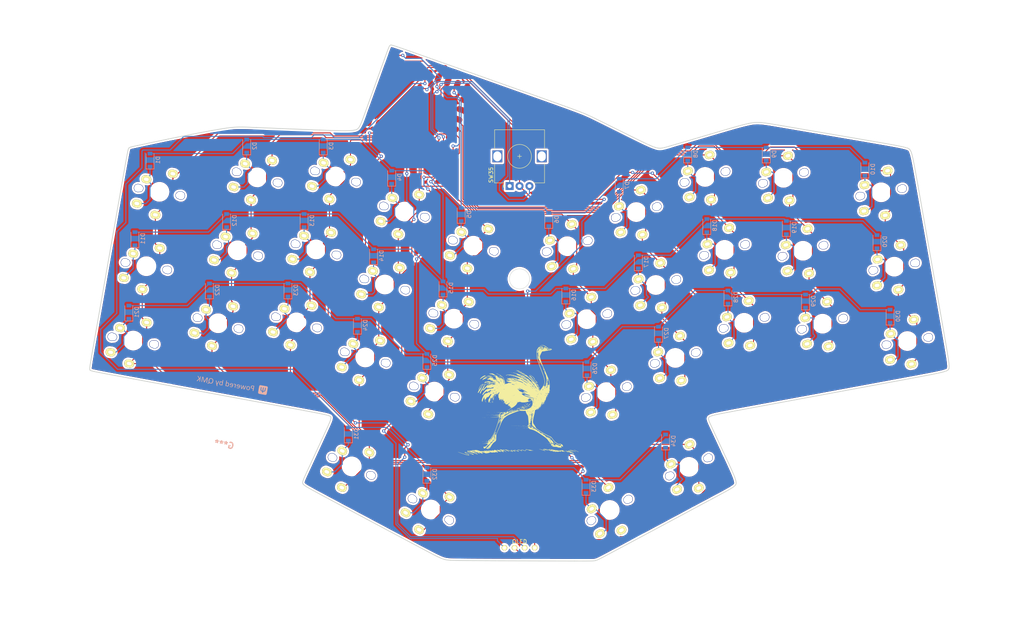
<source format=kicad_pcb>
(kicad_pcb (version 20211014) (generator pcbnew)
  (layers (0 "F.Cu" signal) (31 "B.Cu" signal) (34 "B.Paste" user) (35 "F.Paste" user) (36 "B.SilkS" user "B.Silkscreen") (37 "F.SilkS" user "F.Silkscreen") (38 "B.Mask" user) (39 "F.Mask" user) (44 "Edge.Cuts" user))
  (net 0 "")
  (net 1 "Net-(SW1-Pad1)")
  (net 2 "ROW0")
  (net 3 "Net-(SW2-Pad1)")
  (net 4 "Net-(SW3-Pad1)")
  (net 5 "Net-(SW4-Pad1)")
  (net 6 "Net-(SW5-Pad1)")
  (net 7 "Net-(SW6-Pad1)")
  (net 8 "Net-(SW7-Pad1)")
  (net 9 "Net-(SW8-Pad1)")
  (net 10 "Net-(SW9-Pad1)")
  (net 11 "Net-(SW10-Pad1)")
  (net 12 "Net-(SW11-Pad1)")
  (net 13 "ROW1")
  (net 14 "Net-(SW12-Pad1)")
  (net 15 "Net-(SW13-Pad1)")
  (net 16 "Net-(SW14-Pad1)")
  (net 17 "Net-(SW15-Pad1)")
  (net 18 "Net-(SW16-Pad1)")
  (net 19 "Net-(SW17-Pad1)")
  (net 20 "Net-(SW18-Pad1)")
  (net 21 "Net-(SW19-Pad1)")
  (net 22 "Net-(SW20-Pad1)")
  (net 23 "Net-(SW21-Pad1)")
  (net 24 "ROW2")
  (net 25 "Net-(SW22-Pad1)")
  (net 26 "Net-(SW23-Pad1)")
  (net 27 "Net-(SW24-Pad1)")
  (net 28 "Net-(SW25-Pad1)")
  (net 29 "Net-(SW26-Pad1)")
  (net 30 "Net-(SW27-Pad1)")
  (net 31 "Net-(SW28-Pad1)")
  (net 32 "Net-(SW29-Pad1)")
  (net 33 "Net-(SW30-Pad1)")
  (net 34 "Net-(SW33-Pad1)")
  (net 35 "ROW3")
  (net 36 "3v3")
  (net 37 "GND")
  (net 38 "SCK")
  (net 39 "SDA")
  (net 40 "Net-(SW34-Pad1)")
  (net 41 "Net-(SW31-Pad1)")
  (net 42 "COL0")
  (net 43 "COL1")
  (net 44 "COL2")
  (net 45 "COL3")
  (net 46 "COL4")
  (net 47 "COL5")
  (net 48 "COL6")
  (net 49 "COL7")
  (net 50 "COL8")
  (net 51 "COL9")
  (net 54 "RE2")
  (net 55 "RE1")
  (net 57 "Net-(D32-Pad1)")
  (footprint "kbd:CherryMX_Choc_1u-w3" (layer "F.Cu") (at 107.005123 132.386599 -25)
    (fp_text reference "SW31" hide)
    (fp_text value "SW_PUSH" hide)
  )
  (footprint "kbd:CherryMX_Choc_1u-w3" (layer "F.Cu") (at 188.656267 105.026119 15)
    (fp_text reference "SW27" hide)
    (fp_text value "SW_PUSH" hide)
  )
  (footprint "kbd:CherryMX_Choc_1u-w3" (layer "F.Cu") (at 73.294396 96.268941 -15)
    (fp_text reference "SW22" hide)
    (fp_text value "SW_PUSH" hide)
  )
  (footprint "kbd:CherryMX_Choc_1u-w3" (layer "F.Cu") (at 126.969611 143.25823 -30)
    (fp_text reference "SW32" hide)
    (fp_text value "SW_PUSH" hide)
  )
  (footprint "kbd:CherryMX_Choc_1u-w3" (layer "F.Cu") (at 183.725764 86.625232 15)
    (fp_text reference "SW17" hide)
    (fp_text value "SW_PUSH" hide)
  )
  (footprint "kbd:CherryMX_Choc_1u-w3" (layer "F.Cu") (at 247.186657 100.763098 10)
    (fp_text reference "SW30" hide)
    (fp_text value "SW_PUSH" hide)
  )
  (footprint "kbd:CherryMX_Choc_1u-w3" (layer "F.Cu") (at 78.224898 77.868054 -15)
    (fp_text reference "SW12" hide)
    (fp_text value "SW_PUSH" hide)
  )
  (footprint "kbd:CherryMX_Choc_1u-w3" (layer "F.Cu") (at 201.074811 77.769206 15)
    (fp_text reference "SW18" hide)
    (fp_text value "SW_PUSH" hide)
  )
  (footprint "kbd:CherryMX_Choc_1u-w3" (layer "F.Cu") (at 115.355373 86.502334 -15)
    (fp_text reference "SW14" hide)
    (fp_text value "SW_PUSH" hide)
  )
  (footprint "kbd:CherryMX_Choc_1u-w3" (layer "F.Cu") (at 132.770159 95.113014 -15)
    (fp_text reference "SW15" hide)
    (fp_text value "SW_PUSH" hide)
  )
  (footprint "kbd:CherryMX_Choc_1u-w3" (layer "F.Cu") (at 206.005314 96.170093 15)
    (fp_text reference "SW28" hide)
    (fp_text value "SW_PUSH" hide)
  )
  (footprint "kbd:CherryMX_Choc_1u-w3" (layer "F.Cu") (at 51.89448 100.6402 -10)
    (fp_text reference "SW21" hide)
    (fp_text value "SW_PUSH" hide)
  )
  (footprint "kbd:CherryMX_Choc_1u-w3" (layer "F.Cu") (at 83.155401 59.467167 -15)
    (fp_text reference "SW2" hide)
    (fp_text value "SW_PUSH" hide)
  )
  (footprint "kbd:CherryMX_Choc_1u-w3" (layer "F.Cu") (at 178.795261 68.224345 15)
    (fp_text reference "SW7" hide)
    (fp_text value "SW_PUSH" hide)
  )
  (footprint "kbd:CherryMX_Choc_1u-w3" (layer "F.Cu") (at 225.786741 96.391839 15)
    (fp_text reference "SW29" hide)
    (fp_text value "SW_PUSH" hide)
  )
  (footprint "kbd:CherryMX_Choc_1u-w3" (layer "F.Cu") (at 166.310978 95.235912 15)
    (fp_text reference "SW16" hide)
    (fp_text value "SW_PUSH" hide)
  )
  (footprint "kbd:CherryMX_Choc_1u-w3" (layer "F.Cu") (at 110.42487 104.903221 -15)
    (fp_text reference "SW24" hide)
    (fp_text value "SW_PUSH" hide)
  )
  (footprint "kbd:CherryMX_Choc_1u-w3" (layer "F.Cu") (at 120.285875 68.101447 -15)
    (fp_text reference "SW4" hide)
    (fp_text value "SW_PUSH" hide)
  )
  (footprint "mcu:rp2040-zero-smd-no-cut" (layer "F.Cu") (at 123.698 41.148 70)
    (fp_text reference "U1" hide)
    (fp_text value "rp2040-zero" hide)
  )
  (footprint "kbd:CherryMX_Choc_1u-w3" (layer "F.Cu") (at 58.510475 63.119025 -10)
    (fp_text reference "SW1" hide)
    (fp_text value "SW_PUSH" hide)
  )
  (footprint "kbd:CherryMX_Choc_1u-w3" (layer "F.Cu") (at 93.075823 96.047195 -15)
    (fp_text reference "SW23" hide)
    (fp_text value "SW_PUSH" hide)
  )
  (footprint "kbd:CherryMX_Choc_1u-w3" (layer "F.Cu") (at 161.380475 76.835025 15)
    (fp_text reference "SW6" hide)
    (fp_text value "SW_PUSH" hide)
  )
  (footprint "kbd:OLED_v2" (layer "F.Cu") (at 149.352 152.908)
    (fp_text reference "OL1")
    (fp_text value "OLED" hide)
  )
  (footprint "kbd:CherryMX_Choc_1u-w3" (layer "F.Cu") (at 137.700662 76.712127 -15)
    (fp_text reference "SW5" hide)
    (fp_text value "SW_PUSH" hide)
  )
  (footprint "kbd:CherryMX_Choc_1u-w3" (layer "F.Cu") (at 98.006326 77.646308 -15)
    (fp_text reference "SW13" hide)
    (fp_text value "SW_PUSH" hide)
  )
  (footprint "kbd:CherryMX_Choc_1u-w3" (layer "F.Cu") (at 220.856239 77.990952 15)
    (fp_text reference "SW19" hide)
    (fp_text value "SW_PUSH" hide)
  )
  (footprint "kbd:CherryMX_Choc_1u-w3" (layer "F.Cu") (at 171.241481 113.636799 15)
    (fp_text reference "SW26" hide)
    (fp_text value "SW_PUSH" hide)
  )
  (footprint "kbd:CherryMX_Choc_1u-w3" (layer "F.Cu") (at 172.111526 143.381128 30)
    (fp_text reference "SW33" hide)
    (fp_text value "SW_PUSH" hide)
  )
  (footprint "kbd:CherryMX_Choc_1u-w3" (layer "F.Cu") (at 192.076014 132.509497 25)
    (fp_text reference "SW34" hide)
    (fp_text value "SW_PUSH" hide)
  )
  (footprint "kbd:CherryMX_Choc_1u-w3" (layer "F.Cu") (at 215.925736 59.590064 15)
    (fp_text reference "SW9" hide)
    (fp_text value "SW_PUSH" hide)
  )
  (footprint "Rotary_Encoder:RotaryEncoder_Alps_EC12E_Vertical_H20mm" (layer "F.Cu") (at 146.852 61.668 90)
    (fp_text reference "SW35")
    (fp_text value "RotaryEncoder")
  )
  (footprint "kbd:CherryMX_Choc_1u-w3" (layer "F.Cu") (at 127.839656 113.513901 -15)
    (fp_text reference "SW25" hide)
    (fp_text value "SW_PUSH" hide)
  )
  (footprint "kbd:CherryMX_Choc_1u-w3" (layer "F.Cu") (at 55.202478 81.879613 -10)
    (fp_text reference "SW11" hide)
    (fp_text value "SW_PUSH" hide)
  )
  (footprint "images:ostrich35mm" (layer "F.Cu") (at 149.098 115.824)
    (fp_text reference "G***")
    (fp_text value "LOGO" hide)
  )
  (footprint "kbd:CherryMX_Choc_1u-w3" (layer "F.Cu") (at 196.144308 59.368319 15)
    (fp_text reference "SW8" hide)
    (fp_text value "SW_PUSH" hide)
  )
  (footprint "kbd:CherryMX_Choc_1u-w3" (layer "F.Cu") (at 243.878659 82.002511 10)
    (fp_text reference "SW20" hide)
    (fp_text value "SW_PUSH" hide)
  )
  (footprint "kbd:CherryMX_Choc_1u-w3" (layer "F.Cu") (at 240.570662 63.241923 10)
    (fp_text reference "SW10" hide)
    (fp_text value "SW_PUSH" hide)
  )
  (footprint "kbd:CherryMX_Choc_1u-w3" (layer "F.Cu") (at 102.936829 59.245421 -15)
    (fp_text reference "SW3" hide)
    (fp_text value "SW_PUSH" hide)
  )
  (footprint "Diode_SMD:D_SOD-123" (layer "B.Cu") (at 80.518 51.562 90)
    (fp_text reference "D2")
    (fp_text value "DIODE")
  )
  (footprint "Diode_SMD:D_SOD-123" (layer "B.Cu") (at 156.718 70.104 90)
    (fp_text reference "D6")
    (fp_text value "DIODE")
  )
  (footprint "Diode_SMD:D_SOD-123" (layer "B.Cu") (at 216.662 72.136 90)
    (fp_text reference "D19")
    (fp_text value "DIODE")
  )
  (footprint "Diode_SMD:D_SOD-123" (layer "B.Cu") (at 117.094 59.436 90)
    (fp_text reference "D4")
    (fp_text value "DIODE")
  )
  (footprint "Diode_SMD:D_SOD-123" (layer "B.Cu") (at 166.37 107.696 90)
    (fp_text reference "D26")
    (fp_text value "DIODE")
  )
  (footprint "Diode_SMD:D_SOD-123" (layer "B.Cu") (at 134.62 68.834 90)
    (fp_text reference "D5")
    (fp_text value "DIODE")
  )
  (footprint "Diode_SMD:D_SOD-123" (layer "B.Cu") (at 211.582 53.594 90)
    (fp_text reference "D9")
    (fp_text value "DIODE")
  )
  (footprint "Diode_SMD:D_SOD-123" (layer "B.Cu") (at 166.116 137.414 90)
    (fp_text reference "D33")
    (fp_text value "DIODE")
  )
  (footprint "Diode_SMD:D_SOD-123" (layer "B.Cu") (at 50.8 93.472 90)
    (fp_text reference "D21")
    (fp_text value "DIODE")
  )
  (footprint "Diode_SMD:D_SOD-123" (layer "B.Cu") (at 125.984 134.366 90)
    (fp_text reference "D32")
    (fp_text value "DIODE")
  )
  (footprint "Diode_SMD:D_SOD-123" (layer "B.Cu") (at 179.324 80.772 90)
    (fp_text reference "D17")
    (fp_text value "DIODE")
  )
  (footprint "Diode_SMD:D_SOD-123" (layer "B.Cu") (at 201.93 89.662 90)
    (fp_text reference "D28")
    (fp_text value "DIODE")
  )
  (footprint "Diode_SMD:D_SOD-123" (layer "B.Cu") (at 52.324 74.93 90)
    (fp_text reference "D11")
    (fp_text value "DIODE")
  )
  (footprint "Diode_SMD:D_SOD-123" (layer "B.Cu") (at 108.458 96.774 90)
    (fp_text reference "D24")
    (fp_text value "DIODE")
  )
  (footprint "Diode_SMD:D_SOD-123" (layer "B.Cu") (at 186.182 125.984 90)
    (fp_text reference "D34")
    (fp_text value "DIODE")
  )
  (footprint "Diode_SMD:D_SOD-123" (layer "B.Cu") (at 184.404 98.806 90)
    (fp_text reference "D27")
    (fp_text value "DIODE")
  )
  (footprint "Diode_SMD:D_SOD-123" (layer "B.Cu") (at 106.172 124.206 90)
    (fp_text reference "D31")
    (fp_text value "DIODE")
  )
  (footprint "Diode_SMD:D_SOD-123" (layer "B.Cu") (at 236.474 57.404 90)
    (fp_text reference "D10")
    (fp_text value "DIODE")
  )
  (footprint "Diode_SMD:D_SOD-123" (layer "B.Cu") (at 112.522 79.248 90)
    (fp_text reference "D14")
    (fp_text value "DIODE")
  )
  (footprint "Diode_SMD:D_SOD-123" (layer "B.Cu") (at 56.134 55.118 90)
    (fp_text reference "D1")
    (fp_text value "DIODE")
  )
  (footprint "Diode_SMD:D_SOD-123" (layer "B.Cu") (at 71.12 87.884 90)
    (fp_text reference "D22")
    (fp_text value "DIODE")
  )
  (footprint "Diode_SMD:D_SOD-123" (layer "B.Cu") (at 174.498 61.468 90)
    (fp_text reference "D7")
    (fp_text value "DIODE")
  )
  (footprint "Diode_SMD:D_SOD-123" (layer "B.Cu") (at 90.932 87.884 90)
    (fp_text reference "D23")
    (fp_text value "DIODE")
  )
  (footprint "images:qmk20mm" (layer "B.Cu") (at 76.962 111.76 170)
    (fp_text reference "G***")
    (fp_text value "LOGO" hide)
  )
  (footprint "Diode_SMD:D_SOD-123" (layer "B.Cu") (at 221.488 90.678 90)
    (fp_text reference "D29")
    (fp_text value "DIODE")
  )
  (footprint "Diode_SMD:D_SOD-123" (layer "B.Cu") (at 191.77 53.594 90)
    (fp_text reference "D8")
    (fp_text value "DIODE")
  )
  (footprint "Diode_SMD:D_SOD-123" (layer "B.Cu") (at 130.048 87.376 90)
    (fp_text reference "D15")
    (fp_text value "DIODE")
  )
  (footprint "Diode_SMD:D_SOD-123" (layer "B.Cu") (at 242.824 94.488 90)
    (fp_text reference "D30")
    (fp_text value "DIODE")
  )
  (footprint "Diode_SMD:D_SOD-123" (layer "B.Cu") (at 196.596 71.628 90)
    (fp_text reference "D18")
    (fp_text value "DIODE")
  )
  (footprint "Diode_SMD:D_SOD-123" (layer "B.Cu") (at 161.036 89.154 90)
    (fp_text reference "D16")
    (fp_text value "DIODE")
  )
  (footprint "Diode_SMD:D_SOD-123" (layer "B.Cu") (at 94.996 70.358 90)
    (fp_text reference "D13")
    (fp_text value "DIODE")
  )
  (footprint "Diode_SMD:D_SOD-123" (layer "B.Cu") (at 239.522 75.692 90)
    (fp_text reference "D20")
    (fp_text value "DIODE")
  )
  (footprint "Diode_SMD:D_SOD-123" (layer "B.Cu") (at 125.984 105.664 90)
    (fp_text reference "D25")
    (fp_text value "DIODE")
  )
  (footprint "Diode_SMD:D_SOD-123" (layer "B.Cu") (at 99.822 51.562 90)
    (fp_text reference "D3")
    (fp_text value "DIODE")
  )
  (footprint "Diode_SMD:D_SOD-123" (layer "B.Cu") (at 75.438 70.358 90)
    (fp_text reference "D12")
    (fp_text value "DIODE")
  )
  (gr_curve (pts (xy 52.855139 51.467435) (xy 51.627888 51.735431) (xy 51.627888 51.735379) (xy 51.469036 51.772337)) (layer "Edge.Cuts") (width 0.2))
  (gr_curve (pts (xy 94.777891 136.885756) (xy 95.110732 137.314559) (xy 95.968237 137.787684) (xy 101.837973 140.922146)) (layer "Edge.Cuts") (width 0.2))
  (gr_curve (pts (xy 48.912603 61.804346) (xy 47.284107 71.052512) (xy 44.093715 89.248716) (xy 42.465803 98.475038)) (layer "Edge.Cuts") (width 0.2))
  (gr_curve (pts (xy 163.173182 156.25389) (xy 167.882164 156.268699) (xy 168.237002 156.268699) (xy 168.828314 156.046881)) (layer "Edge.Cuts") (width 0.2))
  (gr_curve (pts (xy 101.763754 119.993918) (xy 101.852273 120.459677) (xy 101.467869 121.287616) (xy 100.233303 123.963734)) (layer "Edge.Cuts") (width 0.2))
  (gr_curve (pts (xy 249.857108 61.534446) (xy 248.312077 52.81869) (xy 248.238136 52.449095) (xy 247.173725 52.079347)) (layer "Edge.Cuts") (width 0.2))
  (gr_curve (pts (xy 116.89616 26.094766) (xy 116.54851 26.087374) (xy 116.489379 26.264819) (xy 115.254812 29.687596)) (layer "Edge.Cuts") (width 0.2))
  (gr_curve (pts (xy 91.172132 117.586963) (xy 101.113413 119.424653) (xy 101.675235 119.528158) (xy 101.763754 119.993918)) (layer "Edge.Cuts") (width 0.2))
  (gr_curve (pts (xy 247.513831 110.294851) (xy 256.931846 108.542836) (xy 257.493642 108.409765) (xy 257.670986 107.69285)) (layer "Edge.Cuts") (width 0.2))
  (gr_curve (pts (xy 74.337723 47.207551) (xy 70.848398 47.761956) (xy 64.919734 48.944733) (xy 60.7282 49.804116)) (layer "Edge.Cuts") (width 0.2))
  (gr_line (start 51.469036 51.772337) (end 51.469036 51.772337) (layer "Edge.Cuts") (width 0.2))
  (gr_curve (pts (xy 131.93263 156.061791) (xy 133.743802 156.150386) (xy 137.040773 156.165219) (xy 143.220974 156.187394)) (layer "Edge.Cuts") (width 0.2))
  (gr_curve (pts (xy 124.192716 152.831342) (xy 129.79621 155.810508) (xy 130.121483 155.973145) (xy 131.93263 156.061791)) (layer "Edge.Cuts") (width 0.2))
  (gr_curve (pts (xy 51.469036 51.772362) (xy 51.310185 51.809269) (xy 50.992304 51.883208) (xy 50.8 52.07)) (layer "Edge.Cuts") (width 0.2))
  (gr_curve (pts (xy 202.020475 131.445025) (xy 200.778517 128.754124) (xy 198.945221 124.836199) (xy 197.932447 122.677605)) (layer "Edge.Cuts") (width 0.2))
  (gr_curve (pts (xy 197.45193 48.582478) (xy 193.681731 49.698782) (xy 189.808155 50.822402) (xy 187.605188 51.472922)) (layer "Edge.Cuts") (width 0.2))
  (gr_curve (pts (xy 98.969475 47.540213) (xy 94.179086 47.362795) (xy 87.052887 47.081871) (xy 82.964833 46.904452)) (layer "Edge.Cuts") (width 0.2))
  (gr_curve (pts (xy 257.670986 107.69285) (xy 257.848354 106.975935) (xy 257.641395 105.674896) (xy 256.029765 96.493279)) (layer "Edge.Cuts") (width 0.2))
  (gr_curve (pts (xy 144.499737 35.719715) (xy 136.730156 32.962291) (xy 127.622808 29.724451) (xy 122.751165 28.009392)) (layer "Edge.Cuts") (width 0.2))
  (gr_curve (pts (xy 162.263887 42.055084) (xy 158.700648 40.753969) (xy 152.269317 38.477139) (xy 144.499737 35.719715)) (layer "Edge.Cuts") (width 0.2))
  (gr_curve (pts (xy 42.465803 98.475038) (xy 40.837917 107.701384) (xy 40.772563 107.957517) (xy 41.053717 108.150863)) (layer "Edge.Cuts") (width 0.2))
  (gr_curve (pts (xy 122.751165 28.009392) (xy 117.879521 26.294308) (xy 117.243784 26.102106) (xy 116.89616 26.094766)) (layer "Edge.Cuts") (width 0.2))
  (gr_curve (pts (xy 215.844579 46.4979) (xy 210.270624 45.544282) (xy 209.41312 45.396429) (xy 207.15092 45.876895)) (layer "Edge.Cuts") (width 0.2))
  (gr_curve (pts (xy 95.775679 133.618248) (xy 94.637225 136.072549) (xy 94.445024 136.456953) (xy 94.777891 136.885756)) (layer "Edge.Cuts") (width 0.2))
  (gr_curve (pts (xy 110.316671 43.348808) (xy 109.022973 46.919388) (xy 108.845554 47.392488) (xy 107.529834 47.592005)) (layer "Edge.Cuts") (width 0.2))
  (gr_curve (pts (xy 100.233303 123.963734) (xy 98.998736 126.639853) (xy 96.914107 131.163949) (xy 95.775679 133.618248)) (layer "Edge.Cuts") (width 0.2))
  (gr_curve (pts (xy 60.7282 49.804116) (xy 56.536641 50.6635) (xy 54.082392 51.19944) (xy 52.855139 51.467435)) (layer "Edge.Cuts") (width 0.2))
  (gr_curve (pts (xy 51.93632 110.326195) (xy 61.910495 112.177499) (xy 81.230851 115.749298) (xy 91.172132 117.586963)) (layer "Edge.Cuts") (width 0.2))
  (gr_curve (pts (xy 203.986867 136.456978) (xy 203.912978 135.599627) (xy 203.262434 134.135926) (xy 202.020475 131.445025)) (layer "Edge.Cuts") (width 0.2))
  (gr_curve (pts (xy 168.828314 156.046881) (xy 169.419651 155.825063) (xy 170.24759 155.381527) (xy 175.991647 152.306197)) (layer "Edge.Cuts") (width 0.2))
  (gr_curve (pts (xy 187.605188 51.472922) (xy 185.40222 52.123467) (xy 184.869962 52.300886) (xy 183.724195 51.960932)) (layer "Edge.Cuts") (width 0.2))
  (gr_curve (pts (xy 197.932447 122.677605) (xy 196.919698 120.519012) (xy 196.727495 120.1198) (xy 197.466789 119.764784)) (layer "Edge.Cuts") (width 0.2))
  (gr_curve (pts (xy 209.849365 117.258541) (xy 219.821989 115.417776) (xy 238.095816 112.046867) (xy 247.513831 110.294851)) (layer "Edge.Cuts") (width 0.2))
  (gr_curve (pts (xy 41.053717 108.150863) (xy 41.334868 108.344208) (xy 41.962121 108.474891) (xy 51.93632 110.326195)) (layer "Edge.Cuts") (width 0.2))
  (gr_curve (pts (xy 107.529834 47.592005) (xy 106.214114 47.791547) (xy 103.759864 47.717608) (xy 98.969475 47.540213)) (layer "Edge.Cuts") (width 0.2))
  (gr_curve (pts (xy 50.8 52.07) (xy 50.607672 52.256791) (xy 50.541124 52.556181) (xy 48.912603 61.804346)) (layer "Edge.Cuts") (width 0.2))
  (gr_curve (pts (xy 256.029765 96.493279) (xy 254.418186 87.311661) (xy 251.402114 70.250177) (xy 249.857108 61.534446)) (layer "Edge.Cuts") (width 0.2))
  (gr_curve (pts (xy 115.254812 29.687596) (xy 114.020245 33.110373) (xy 111.610344 39.778254) (xy 110.316671 43.348808)) (layer "Edge.Cuts") (width 0.2))
  (gr_curve (pts (xy 183.724195 51.960932) (xy 182.578426 51.620978) (xy 180.819044 50.763449) (xy 177.965507 49.351488)) (layer "Edge.Cuts") (width 0.2))
  (gr_circle (center 149.352 85.09) (end 149.352 87.63) (layer "Edge.Cuts") (width 0.1) (fill none))
  (gr_curve (pts (xy 247.173725 52.079347) (xy 246.109338 51.709599) (xy 244.054249 51.339977) (xy 237.88144 50.275439)) (layer "Edge.Cuts") (width 0.2))
  (gr_curve (pts (xy 101.837973 140.922146) (xy 107.70771 144.056608) (xy 118.589221 149.852176) (xy 124.192716 152.831342)) (layer "Edge.Cuts") (width 0.2))
  (gr_curve (pts (xy 143.220974 156.187394) (xy 149.401175 156.209593) (xy 158.464174 156.239108) (xy 163.173182 156.25389)) (layer "Edge.Cuts") (width 0.2))
  (gr_curve (pts (xy 197.97677 140.544829) (xy 203.55809 137.565663) (xy 204.060781 137.31433) (xy 203.986867 136.456978)) (layer "Edge.Cuts") (width 0.2))
  (gr_curve (pts (xy 207.15092 45.876895) (xy 204.888719 46.357362) (xy 201.222127 47.466224) (xy 197.45193 48.582478)) (layer "Edge.Cuts") (width 0.2))
  (gr_curve (pts (xy 175.991647 152.306197) (xy 181.735705 149.230892) (xy 192.39545 143.524019) (xy 197.97677 140.544829)) (layer "Edge.Cuts") (width 0.2))
  (gr_curve (pts (xy 168.843224 44.827317) (xy 166.521994 43.681472) (xy 165.827126 43.356199) (xy 162.263887 42.055084)) (layer "Edge.Cuts") (width 0.2))
  (gr_curve (pts (xy 177.965507 49.351488) (xy 175.111995 47.939502) (xy 171.164479 45.973161) (xy 168.843224 44.827317)) (layer "Edge.Cuts") (width 0.2))
  (gr_curve (pts (xy 82.964833 46.904452) (xy 78.876778 46.727059) (xy 77.827074 46.653119) (xy 74.337723 47.207551)) (layer "Edge.Cuts") (width 0.2))
  (gr_curve (pts (xy 197.466789 119.764784) (xy 198.206056 119.409768) (xy 199.876741 119.099279) (xy 209.849365 117.258541)) (layer "Edge.Cuts") (width 0.2))
  (gr_curve (pts (xy 237.88144 50.275439) (xy 231.708605 49.210899) (xy 221.418506 47.451518) (xy 215.844579 46.4979)) (layer "Edge.Cuts") (width 0.2))
  (segment (start 55.199424 59.956014) (end 56.388 61.14459) (width 0.25) (layer "B.Cu") (net 1))
  (segment (start 56.388 61.14459) (end 56.388 61.722) (width 0.25) (layer "B.Cu") (net 1))
  (segment (start 56.135954 61.974046) (end 56.135954 65.022046) (width 0.25) (layer "B.Cu") (net 1))
  (segment (start 56.388 61.722) (end 56.135954 61.974046) (width 0.25) (layer "B.Cu") (net 1))
  (segment (start 56.135954 65.022046) (end 55.08383 66.07417) (width 0.25) (layer "B.Cu") (net 1))
  (segment (start 56.134 59.021438) (end 55.199424 59.956014) (width 0.25) (layer "B.Cu") (net 1))
  (segment (start 55.08383 66.07417) (end 52.810728 66.07417) (width 0.25) (layer "B.Cu") (net 1))
  (segment (start 56.134 56.768) (end 56.134 59.021438) (width 0.25) (layer "B.Cu") (net 1))
  (segment (start 132.842 38.1) (end 132.842 37.216387) (width 0.25) (layer "F.Cu") (net 2))
  (segment (start 132.842 37.216387) (end 133.464651 36.593736) (width 0.25) (layer "F.Cu") (net 2))
  (via (at 132.842 38.1) (size 0.8) (drill 0.4) (layers "F.Cu" "B.Cu") (net 2))
  (segment (start 134.62 39.878) (end 132.842 38.1) (width 0.25) (layer "B.Cu") (net 2))
  (segment (start 165.862 68.454) (end 174.498 59.818) (width 0.25) (layer "B.Cu") (net 2))
  (segment (start 155.448 67.184) (end 156.718 68.454) (width 0.25) (layer "B.Cu") (net 2))
  (segment (start 125.222 57.786) (end 134.62 67.184) (width 0.25) (layer "B.Cu") (net 2))
  (segment (start 117.094 57.786) (end 109.22 49.912) (width 0.25) (layer "B.Cu") (net 2))
  (segment (start 211.582 51.944) (end 232.664 51.944) (width 0.25) (layer "B.Cu") (net 2))
  (segment (start 191.77 51.944) (end 211.582 51.944) (width 0.25) (layer "B.Cu") (net 2))
  (segment (start 109.22 49.912) (end 99.822 49.912) (width 0.25) (layer "B.Cu") (net 2))
  (segment (start 183.896 59.818) (end 191.77 51.944) (width 0.25) (layer "B.Cu") (net 2))
  (segment (start 174.498 59.818) (end 183.896 59.818) (width 0.25) (layer "B.Cu") (net 2))
  (segment (start 80.518 49.912) (end 99.822 49.912) (width 0.25) (layer "B.Cu") (net 2))
  (segment (start 76.962 53.468) (end 80.518 49.912) (width 0.25) (layer "B.Cu") (net 2))
  (segment (start 156.718 68.454) (end 165.862 68.454) (width 0.25) (layer "B.Cu") (net 2))
  (segment (start 134.62 67.184) (end 134.62 39.878) (width 0.25) (layer "B.Cu") (net 2))
  (segment (start 117.094 57.786) (end 125.222 57.786) (width 0.25) (layer "B.Cu") (net 2))
  (segment (start 232.664 51.944) (end 236.474 55.754) (width 0.25) (layer "B.Cu") (net 2))
  (segment (start 134.62 67.184) (end 155.448 67.184) (width 0.25) (layer "B.Cu") (net 2))
  (segment (start 56.134 53.468) (end 76.962 53.468) (width 0.25) (layer "B.Cu") (net 2))
  (segment (start 80.772 60.96) (end 79.817699 61.914301) (width 0.25) (layer "B.Cu") (net 3))
  (segment (start 80.518 55.642239) (end 80.132624 56.027615) (width 0.25) (layer "B.Cu") (net 3))
  (segment (start 81.697244 57.415459) (end 81.697244 57.567244) (width 0.25) (layer "B.Cu") (net 3))
  (segment (start 80.3094 56.027615) (end 81.697244 57.415459) (width 0.25) (layer "B.Cu") (net 3))
  (segment (start 81.697244 57.567244) (end 80.772 58.492487) (width 0.25) (layer "B.Cu") (net 3))
  (segment (start 80.772 58.492487) (end 80.772 60.96) (width 0.25) (layer "B.Cu") (net 3))
  (segment (start 80.132624 56.027615) (end 80.3094 56.027615) (width 0.25) (layer "B.Cu") (net 3))
  (segment (start 80.518 53.212) (end 80.518 55.642239) (width 0.25) (layer "B.Cu") (net 3))
  (segment (start 79.817699 61.914301) (end 77.219785 61.914301) (width 0.25) (layer "B.Cu") (net 3))
  (segment (start 100.001869 55.805869) (end 101.510085 57.314085) (width 0.25) (layer "B.Cu") (net 4))
  (segment (start 99.914052 55.805869) (end 100.001869 55.805869) (width 0.25) (layer "B.Cu") (net 4))
  (segment (start 99.822 55.713817) (end 99.914052 55.805869) (width 0.25) (layer "B.Cu") (net 4))
  (segment (start 101.510085 57.314085) (end 100.33 58.494169) (width 0.25) (layer "B.Cu") (net 4))
  (segment (start 99.822 53.212) (end 99.822 55.713817) (width 0.25) (layer "B.Cu") (net 4))
  (segment (start 98.581445 61.692555) (end 97.001213 61.692555) (width 0.25) (layer "B.Cu") (net 4))
  (segment (start 100.33 58.494169) (end 100.33 59.944) (width 0.25) (layer "B.Cu") (net 4))
  (segment (start 100.33 59.944) (end 98.581445 61.692555) (width 0.25) (layer "B.Cu") (net 4))
  (segment (start 117.263098 64.661895) (end 117.263098 64.685098) (width 0.25) (layer "B.Cu") (net 5))
  (segment (start 117.094 64.492797) (end 117.263098 64.661895) (width 0.25) (layer "B.Cu") (net 5))
  (segment (start 117.094 61.086) (end 117.094 64.492797) (width 0.25) (layer "B.Cu") (net 5))
  (segment (start 117.856 67.173241) (end 117.856 69.088) (width 0.25) (layer "B.Cu") (net 5))
  (segment (start 116.395419 70.548581) (end 114.350259 70.548581) (width 0.25) (layer "B.Cu") (net 5))
  (segment (start 117.263098 64.685098) (end 118.803621 66.225621) (width 0.25) (layer "B.Cu") (net 5))
  (segment (start 118.803621 66.225621) (end 117.856 67.173241) (width 0.25) (layer "B.Cu") (net 5))
  (segment (start 117.856 69.088) (end 116.395419 70.548581) (width 0.25) (layer "B.Cu") (net 5))
  (segment (start 134.677885 73.272575) (end 134.740575 73.272575) (width 0.25) (layer "B.Cu") (net 6))
  (segment (start 134.62 70.484) (end 134.62 73.21469) (width 0.25) (layer "B.Cu") (net 6))
  (segment (start 136.144 74.676) (end 135.128 75.692) (width 0.25) (layer "B.Cu") (net 6))
  (segment (start 134.62 73.21469) (end 134.677885 73.272575) (width 0.25) (layer "B.Cu") (net 6))
  (segment (start 132.676739 79.159261) (end 131.765046 79.159261) (width 0.25) (layer "B.Cu") (net 6))
  (segment (start 134.740575 73.272575) (end 136.144 74.676) (width 0.25) (layer "B.Cu") (net 6))
  (segment (start 135.128 75.692) (end 135.128 76.708) (width 0.25) (layer "B.Cu") (net 6))
  (segment (start 135.128 76.708) (end 132.676739 79.159261) (width 0.25) (layer "B.Cu") (net 6))
  (segment (start 159.005954 75.83925) (end 159.005954 80.379807) (width 0.25) (layer "B.Cu") (net 7))
  (segment (start 156.718 71.754) (end 156.718 75.042777) (width 0.25) (layer "B.Cu") (net 7))
  (segment (start 156.718 75.042777) (end 157.042897 75.367674) (width 0.25) (layer "B.Cu") (net 7))
  (segment (start 158.534378 75.367674) (end 159.005954 75.83925) (width 0.25) (layer "B.Cu") (net 7))
  (segment (start 159.005954 80.379807) (end 157.463648 81.922113) (width 0.25) (layer "B.Cu") (net 7))
  (segment (start 157.042897 75.367674) (end 158.534378 75.367674) (width 0.25) (layer "B.Cu") (net 7))
  (segment (start 176.42074 71.769127) (end 174.878434 73.311433) (width 0.25) (layer "B.Cu") (net 8))
  (segment (start 175.518689 67.818) (end 176.42074 67.818) (width 0.25) (layer "B.Cu") (net 8))
  (segment (start 176.42074 67.818) (end 176.42074 71.769127) (width 0.25) (layer "B.Cu") (net 8))
  (segment (start 174.457683 66.756994) (end 175.518689 67.818) (width 0.25) (layer "B.Cu") (net 8))
  (segment (start 174.498 66.716677) (end 174.457683 66.756994) (width 0.25) (layer "B.Cu") (net 8))
  (segment (start 174.498 63.118) (end 174.498 66.716677) (width 0.25) (layer "B.Cu") (net 8))
  (segment (start 193.548 59.182) (end 193.769787 59.403787) (width 0.25) (layer "B.Cu") (net 9))
  (segment (start 191.77 57.864238) (end 191.80673 57.900968) (width 0.25) (layer "B.Cu") (net 9))
  (segment (start 193.769787 62.913101) (end 192.227481 64.455407) (width 0.25) (layer "B.Cu") (net 9))
  (segment (start 191.77 55.244) (end 191.77 57.864238) (width 0.25) (layer "B.Cu") (net 9))
  (segment (start 193.769787 59.403787) (end 193.769787 62.913101) (width 0.25) (layer "B.Cu") (net 9))
  (segment (start 191.80673 57.900968) (end 193.087762 59.182) (width 0.25) (layer "B.Cu") (net 9))
  (segment (start 193.087762 59.182) (end 193.548 59.182) (width 0.25) (layer "B.Cu") (net 9))
  (segment (start 211.582 58.116555) (end 211.588158 58.122713) (width 0.25) (layer "B.Cu") (net 10))
  (segment (start 211.588158 58.122713) (end 213.079639 58.122713) (width 0.25) (layer "B.Cu") (net 10))
  (segment (start 213.551215 58.594289) (end 213.551215 63.134846) (width 0.25) (layer "B.Cu") (net 10))
  (segment (start 213.079639 58.122713) (end 213.551215 58.594289) (width 0.25) (layer "B.Cu") (net 10))
  (segment (start 213.551215 63.134846) (end 212.008909 64.677152) (width 0.25) (layer "B.Cu") (net 10))
  (segment (start 211.582 55.244) (end 211.582 58.116555) (width 0.25) (layer "B.Cu") (net 10))
  (segment (start 236.377478 61.402111) (end 237.87368 61.402111) (width 0.25) (layer "B.Cu") (net 11))
  (segment (start 236.474 59.054) (end 236.474 61.305589) (width 0.25) (layer "B.Cu") (net 11))
  (segment (start 238.196141 64.225483) (end 238.252 64.281342) (width 0.25) (layer "B.Cu") (net 11))
  (segment (start 237.87368 61.402111) (end 238.196141 61.724572) (width 0.25) (layer "B.Cu") (net 11))
  (segment (start 237.085721 67.968279) (end 236.22537 67.968279) (width 0.25) (layer "B.Cu") (net 11))
  (segment (start 238.252 64.281342) (end 238.252 66.802) (width 0.25) (layer "B.Cu") (net 11))
  (segment (start 236.474 61.305589) (end 236.377478 61.402111) (width 0.25) (layer "B.Cu") (net 11))
  (segment (start 238.252 66.802) (end 237.085721 67.968279) (width 0.25) (layer "B.Cu") (net 11))
  (segment (start 238.196141 61.724572) (end 238.196141 64.225483) (width 0.25) (layer "B.Cu") (net 11))
  (segment (start 52.324 78.284029) (end 51.891427 78.716602) (width 0.25) (layer "B.Cu") (net 12))
  (segment (start 51.891427 78.716602) (end 51.891427 82.446062) (width 0.25) (layer "B.Cu") (net 12))
  (segment (start 52.324 76.58) (end 52.324 78.284029) (width 0.25) (layer "B.Cu") (net 12))
  (segment (start 51.891427 82.446062) (end 49.502731 84.834758) (width 0.25) (layer "B.Cu") (net 12))
  (segment (start 132.224678 48.514) (end 131.716678 48.006) (width 0.25) (layer "F.Cu") (net 13))
  (segment (start 129.54 48.006) (end 129.54 37.262837) (width 0.25) (layer "F.Cu") (net 13))
  (segment (start 133.096 48.514) (end 132.224678 48.514) (width 0.25) (layer "F.Cu") (net 13))
  (segment (start 126.972192 60.56079) (end 134.17048 53.362502) (width 0.25) (layer "F.Cu") (net 13))
  (segment (start 131.716678 48.006) (end 129.54 48.006) (width 0.25) (layer "F.Cu") (net 13))
  (segment (start 129.54 37.262837) (end 131.077832 35.725005) (width 0.25) (layer "F.Cu") (net 13))
  (segment (start 134.17048 49.58848) (end 133.096 48.514) (width 0.25) (layer "F.Cu") (net 13))
  (segment (start 134.17048 53.362502) (end 134.17048 49.58848) (width 0.25) (layer "F.Cu") (net 13))
  (via (at 126.972192 60.56079) (size 0.8) (drill 0.4) (layers "F.Cu" "B.Cu") (net 13))
  (segment (start 130.048 85.726) (end 132.080018 87.758018) (width 0.25) (layer "B.Cu") (net 13))
  (segment (start 235.966 70.486) (end 239.522 74.042) (width 0.25) (layer "B.Cu") (net 13))
  (segment (start 141.478 88.9) (end 157.226 88.9) (width 0.25) (layer "B.Cu") (net 13))
  (segment (start 216.662 70.486) (end 235.966 70.486) (width 0.25) (layer "B.Cu") (net 13))
  (segment (start 130.048 63.636598) (end 126.972192 60.56079) (width 0.25) (layer "B.Cu") (net 13))
  (segment (start 179.324 79.122) (end 187.452 79.122) (width 0.25) (layer "B.Cu") (net 13))
  (segment (start 75.438 68.708) (end 94.996 68.708) (width 0.25) (layer "B.Cu") (net 13))
  (segment (start 132.080018 87.758018) (end 140.336018 87.758018) (width 0.25) (layer "B.Cu") (net 13))
  (segment (start 161.036 87.504) (end 170.942 87.504) (width 0.25) (layer "B.Cu") (net 13))
  (segment (start 112.522 77.598) (end 121.92 77.598) (width 0.25) (layer "B.Cu") (net 13))
  (segment (start 216.154 69.978) (end 216.662 70.486) (width 0.25) (layer "B.Cu") (net 13))
  (segment (start 140.336018 87.758018) (end 141.478 88.9) (width 0.25) (layer "B.Cu") (net 13))
  (segment (start 94.996 68.708) (end 103.632 68.708) (width 0.25) (layer "B.Cu") (net 13))
  (segment (start 52.324 73.28) (end 70.866 73.28) (width 0.25) (layer "B.Cu") (net 13))
  (segment (start 187.452 79.122) (end 196.596 69.978) (width 0.25) (layer "B.Cu") (net 13))
  (segment (start 170.942 87.504) (end 179.324 79.122) (width 0.25) (layer "B.Cu") (net 13))
  (segment (start 103.632 68.708) (end 112.522 77.598) (width 0.25) (layer "B.Cu") (net 13))
  (segment (start 70.866 73.28) (end 75.438 68.708) (width 0.25) (layer "B.Cu") (net 13))
  (segment (start 130.048 85.726) (end 130.048 63.636598) (width 0.25) (layer "B.Cu") (net 13))
  (segment (start 158.622 87.504) (end 161.036 87.504) (width 0.25) (layer "B.Cu") (net 13))
  (segment (start 121.92 77.598) (end 130.048 85.726) (width 0.25) (layer "B.Cu") (net 13))
  (segment (start 196.596 69.978) (end 216.154 69.978) (width 0.25) (layer "B.Cu") (net 13))
  (segment (start 157.226 88.9) (end 158.622 87.504) (width 0.25) (layer "B.Cu") (net 13))
  (segment (start 75.438 74.192623) (end 75.202121 74.428502) (width 0.25) (layer "B.Cu") (net 14))
  (segment (start 75.438 72.008) (end 75.438 74.192623) (width 0.25) (layer "B.Cu") (net 14))
  (segment (start 75.946 75.172381) (end 75.946 76.454) (width 0.25) (layer "B.Cu") (net 14))
  (segment (start 73.608812 80.315188) (end 72.289282 80.315188) (width 0.25) (layer "B.Cu") (net 14))
  (segment (start 75.946 76.454) (end 75.438 76.962) (width 0.25) (layer "B.Cu") (net 14))
  (segment (start 75.202121 74.428502) (end 75.946 75.172381) (width 0.25) (layer "B.Cu") (net 14))
  (segment (start 75.438 78.486) (end 73.608812 80.315188) (width 0.25) (layer "B.Cu") (net 14))
  (segment (start 75.438 76.962) (end 75.438 78.486) (width 0.25) (layer "B.Cu") (net 14))
  (segment (start 94.983549 74.206756) (end 96.266 75.489207) (width 0.25) (layer "B.Cu") (net 15))
  (segment (start 94.996 72.008) (end 94.996 74.194305) (width 0.25) (layer "B.Cu") (net 15))
  (segment (start 96.266 75.489207) (end 96.266 75.946) (width 0.25) (layer "B.Cu") (net 15))
  (segment (start 94.996 74.194305) (end 94.983549 74.206756) (width 0.25) (layer "B.Cu") (net 15))
  (segment (start 93.896558 80.093442) (end 92.07071 80.093442) (width 0.25) (layer "B.Cu") (net 15))
  (segment (start 96.266 75.946) (end 95.504 76.708) (width 0.25) (layer "B.Cu") (net 15))
  (segment (start 95.504 76.708) (end 95.504 78.486) (width 0.25) (layer "B.Cu") (net 15))
  (segment (start 95.504 78.486) (end 93.896558 80.093442) (width 0.25) (layer "B.Cu") (net 15))
  (segment (start 112.776 85.09) (end 112.776 88.392) (width 0.25) (layer "B.Cu") (net 16))
  (segment (start 112.522 80.898) (end 112.522 82.873378) (width 0.25) (layer "B.Cu") (net 16))
  (segment (start 112.218532 88.949468) (end 109.419757 88.949468) (width 0.25) (layer "B.Cu") (net 16))
  (segment (start 113.284 84.582) (end 112.776 85.09) (width 0.25) (layer "B.Cu") (net 16))
  (segment (start 112.332596 83.062782) (end 112.332596 83.630596) (width 0.25) (layer "B.Cu") (net 16))
  (segment (start 112.522 82.873378) (end 112.332596 83.062782) (width 0.25) (layer "B.Cu") (net 16))
  (segment (start 112.332596 83.630596) (end 113.284 84.582) (width 0.25) (layer "B.Cu") (net 16))
  (segment (start 112.776 88.392) (end 112.218532 88.949468) (width 0.25) (layer "B.Cu") (net 16))
  (segment (start 130.302 96.52) (end 129.261852 97.560148) (width 0.25) (layer "B.Cu") (net 17))
  (segment (start 130.048 91.372844) (end 129.747382 91.673462) (width 0.25) (layer "B.Cu") (net 17))
  (segment (start 130.81 93.472) (end 130.302 93.98) (width 0.25) (layer "B.Cu") (net 17))
  (segment (start 129.747382 92.409382) (end 130.81 93.472) (width 0.25) (layer "B.Cu") (net 17))
  (segment (start 130.048 89.026) (end 130.048 91.372844) (width 0.25) (layer "B.Cu") (net 17))
  (segment (start 129.747382 91.673462) (end 129.747382 92.409382) (width 0.25) (layer "B.Cu") (net 17))
  (segment (start 130.302 93.98) (end 130.302 96.52) (width 0.25) (layer "B.Cu") (net 17))
  (segment (start 129.261852 97.560148) (end 126.834543 97.560148) (width 0.25) (layer "B.Cu") (net 17))
  (segment (start 161.9734 93.768561) (end 163.464881 93.768561) (width 0.25) (layer "B.Cu") (net 18))
  (segment (start 163.936457 98.780694) (end 162.394151 100.323) (width 0.25) (layer "B.Cu") (net 18))
  (segment (start 161.036 92.831161) (end 161.9734 93.768561) (width 0.25) (layer "B.Cu") (net 18))
  (segment (start 163.464881 93.768561) (end 163.936457 94.240137) (width 0.25) (layer "B.Cu") (net 18))
  (segment (start 161.036 90.804) (end 161.036 92.831161) (width 0.25) (layer "B.Cu") (net 18))
  (segment (start 163.936457 94.240137) (end 163.936457 98.780694) (width 0.25) (layer "B.Cu") (net 18))
  (segment (start 179.388186 85.157881) (end 179.694372 85.157881) (width 0.25) (layer "B.Cu") (net 19))
  (segment (start 179.324 82.422) (end 179.324 85.093695) (width 0.25) (layer "B.Cu") (net 19))
  (segment (start 179.81368 91.71232) (end 179.808937 91.71232) (width 0.25) (layer "B.Cu") (net 19))
  (segment (start 179.694372 85.157881) (end 181.351243 86.814752) (width 0.25) (layer "B.Cu") (net 19))
  (segment (start 181.351243 86.814752) (end 181.351243 89.149243) (width 0.25) (layer "B.Cu") (net 19))
  (segment (start 179.324 85.093695) (end 179.388186 85.157881) (width 0.25) (layer "B.Cu") (net 19))
  (segment (start 181.864 89.662) (end 179.81368 91.71232) (width 0.25) (layer "B.Cu") (net 19))
  (segment (start 181.351243 89.149243) (end 181.864 89.662) (width 0.25) (layer "B.Cu") (net 19))
  (segment (start 198.70029 81.313988) (end 197.157984 82.856294) (width 0.25) (layer "B.Cu") (net 20))
  (segment (start 198.228714 76.301855) (end 198.70029 76.773431) (width 0.25) (layer "B.Cu") (net 20))
  (segment (start 196.596 73.278) (end 196.596 76.160622) (width 0.25) (layer "B.Cu") (net 20))
  (segment (start 196.596 76.160622) (end 196.737233 76.301855) (width 0.25) (layer "B.Cu") (net 20))
  (segment (start 198.70029 76.773431) (end 198.70029 81.313988) (width 0.25) (layer "B.Cu") (net 20))
  (segment (start 196.737233 76.301855) (end 198.228714 76.301855) (width 0.25) (layer "B.Cu") (net 20))
  (segment (start 218.481718 76.995177) (end 218.481718 82.508282) (width 0.25) (layer "B.Cu") (net 21))
  (segment (start 216.662 76.380262) (end 216.518661 76.523601) (width 0.25) (layer "B.Cu") (net 21))
  (segment (start 218.481718 82.508282) (end 217.91196 83.07804) (width 0.25) (layer "B.Cu") (net 21))
  (segment (start 216.518661 76.523601) (end 218.010142 76.523601) (width 0.25) (layer "B.Cu") (net 21))
  (segment (start 216.662 73.786) (end 216.662 76.380262) (width 0.25) (layer "B.Cu") (net 21))
  (segment (start 218.010142 76.523601) (end 218.481718 76.995177) (width 0.25) (layer "B.Cu") (net 21))
  (segment (start 217.91196 83.07804) (end 216.939412 83.07804) (width 0.25) (layer "B.Cu") (net 21))
  (segment (start 239.522 77.342) (end 239.522 79.999224) (width 0.25) (layer "B.Cu") (net 22))
  (segment (start 241.504138 80.48516) (end 241.504138 84.758096) (width 0.25) (layer "B.Cu") (net 22))
  (segment (start 241.504138 84.758096) (end 239.533367 86.728867) (width 0.25) (layer "B.Cu") (net 22))
  (segment (start 239.685475 80.162699) (end 241.181677 80.162699) (width 0.25) (layer "B.Cu") (net 22))
  (segment (start 241.181677 80.162699) (end 241.504138 80.48516) (width 0.25) (layer "B.Cu") (net 22))
  (segment (start 239.522 79.999224) (end 239.685475 80.162699) (width 0.25) (layer "B.Cu") (net 22))
  (segment (start 50.8 95.260618) (end 48.583429 97.477189) (width 0.25) (layer "B.Cu") (net 23))
  (segment (start 49.519959 99.578041) (end 49.519959 101.6) (width 0.25) (layer "B.Cu") (net 23))
  (segment (start 47.524614 103.595345) (end 46.194733 103.595345) (width 0.25) (layer "B.Cu") (net 23))
  (segment (start 48.963189 97.477189) (end 50.292 98.806) (width 0.25) (layer "B.Cu") (net 23))
  (segment (start 50.292 98.806) (end 49.519959 99.578041) (width 0.25) (layer "B.Cu") (net 23))
  (segment (start 50.8 95.122) (end 50.8 95.260618) (width 0.25) (layer "B.Cu") (net 23))
  (segment (start 49.519959 101.6) (end 47.524614 103.595345) (width 0.25) (layer "B.Cu") (net 23))
  (segment (start 48.583429 97.477189) (end 48.963189 97.477189) (width 0.25) (layer "B.Cu") (net 23))
  (segment (start 125.228147 59.436) (end 127.461264 59.436) (width 0.25) (layer "F.Cu") (net 24))
  (segment (start 128.524 36.576) (end 128.524 35.023286) (width 0.25) (layer "F.Cu") (net 24))
  (segment (start 131.929632 54.967632) (end 132.588 54.309264) (width 0.25) (layer "F.Cu") (net 24))
  (segment (start 127.461264 59.436) (end 131.929632 54.967632) (width 0.25) (layer "F.Cu") (net 24))
  (segment (start 123.375701 80.078299) (end 128.524 74.93) (width 0.25) (layer "F.Cu") (net 24))
  (segment (start 132.588 54.309264) (end 132.588 51.562) (width 0.25) (layer "F.Cu") (net 24))
  (segment (start 128.524 35.023286) (end 128.691013 34.856273) (width 0.25) (layer "F.Cu") (net 24))
  (segment (start 128.524 64.7325) (end 126.238 62.4465) (width 0.25) (layer "F.Cu") (net 24))
  (segment (start 128.524 74.93) (end 128.524 64.7325) (width 0.25) (layer "F.Cu") (net 24))
  (via (at 125.228147 59.436) (size 0.8) (drill 0.4) (layers "F.Cu" "B.Cu") (net 24))
  (via (at 132.588 51.562) (size 0.8) (drill 0.4) (layers "F.Cu" "B.Cu") (net 24))
  (via (at 123.375701 80.078299) (size 0.8) (drill 0.4) (layers "F.Cu" "B.Cu") (net 24))
  (via (at 126.238 62.4465) (size 0.8) (drill 0.4) (layers "F.Cu" "B.Cu") (net 24))
  (via (at 128.524 36.576) (size 0.8) (drill 0.4) (layers "F.Cu" "B.Cu") (net 24))
  (segment (start 134.17048 50.99552) (end 134.17048 49.784) (width 0.25) (layer "B.Cu") (net 24))
  (segment (start 201.93 88.012) (end 193.548 88.012) (width 0.25) (layer "B.Cu") (net 24))
  (segment (start 175.26 97.156) (end 166.37 106.046) (width 0.25) (layer "B.Cu") (net 24))
  (segment (start 102.998 95.124) (end 94.108 86.234) (width 0.25) (layer "B.Cu") (net 24))
  (segment (start 94.108 86.234) (end 90.932 86.234) (width 0.25) (layer "B.Cu") (net 24))
  (segment (start 242.824 92.838) (end 235.332 92.838) (width 0.25) (layer "B.Cu") (net 24))
  (segment (start 221.488 89.028) (end 202.946 89.028) (width 0.25) (layer "B.Cu") (net 24))
  (segment (start 133.604 51.562) (end 134.17048 50.99552) (width 0.25) (layer "B.Cu") (net 24))
  (segment (start 108.458 95.124) (end 102.998 95.124) (width 0.25) (layer "B.Cu") (net 24))
  (segment (start 166.37 106.046) (end 128.016 106.046) (width 0.25) (layer "B.Cu") (net 24))
  (segment (start 123.375701 101.405701) (end 123.375701 80.078299) (width 0.25) (layer "B.Cu") (net 24))
  (segment (start 134.17048 40.064198) (end 134.048141 39.941859) (width 0.25) (layer "B.Cu") (net 24))
  (segment (start 230.124 87.63) (end 224.282 87.63) (width 0.25) (layer "B.Cu") (net 24))
  (segment (start 65.532 91.822) (end 71.12 86.234) (width 0.25) (layer "B.Cu") (net 24))
  (segment (start 224.282 87.63) (end 222.884 89.028) (width 0.25) (layer "B.Cu") (net 24))
  (segment (start 90.932 86.234) (end 71.12 86.234) (width 0.25) (layer "B.Cu") (net 24))
  (segment (start 131.064 39.37) (end 128.524 36.83) (width 0.25) (layer "B.Cu") (net 24))
  (segment (start 235.332 92.838) (end 230.124 87.63) (width 0.25) (layer "B.Cu") (net 24))
  (segment (start 202.946 89.028) (end 201.93 88.012) (width 0.25) (layer "B.Cu") (net 24))
  (segment (start 50.8 91.822) (end 65.532 91.822) (width 0.25) (layer "B.Cu") (net 24))
  (segment (start 134.048141 39.941859) (end 133.476282 39.37) (width 0.25) (layer "B.Cu") (net 24))
  (segment (start 193.548 88.012) (end 184.404 97.156) (width 0.25) (layer "B.Cu") (net 24))
  (segment (start 222.884 89.028) (end 221.488 89.028) (width 0.25) (layer "B.Cu") (net 24))
  (segment (start 111.888 95.124) (end 108.458 95.124) (width 0.25) (layer "B.Cu") (net 24))
  (segment (start 125.984 104.014) (end 123.375701 101.405701) (width 0.25) (layer "B.Cu") (net 24))
  (segment (start 133.476282 39.37) (end 131.064 39.37) (width 0.25) (layer "B.Cu") (net 24))
  (segment (start 126.238 62.4465) (end 125.228147 61.436647) (width 0.25) (layer "B.Cu") (net 24))
  (segment (start 120.778 104.014) (end 111.888 95.124) (width 0.25) (layer "B.Cu") (net 24))
  (segment (start 132.588 51.562) (end 133.604 51.562) (width 0.25) (layer "B.Cu") (net 24))
  (segment (start 125.228147 61.436647) (end 125.228147 59.436) (width 0.25) (layer "B.Cu") (net 24))
  (segment (start 125.984 104.014) (end 120.778 104.014) (width 0.25) (layer "B.Cu") (net 24))
  (segment (start 184.404 97.156) (end 175.26 97.156) (width 0.25) (layer "B.Cu") (net 24))
  (segment (start 128.524 36.83) (end 128.524 36.576) (width 0.25) (layer "B.Cu") (net 24))
  (segment (start 128.016 106.046) (end 125.984 104.014) (width 0.25) (layer "B.Cu") (net 24))
  (segment (start 134.17048 49.784) (end 134.17048 40.064198) (width 0.25) (layer "B.Cu") (net 24))
  (segment (start 69.596 99.06) (end 69.252075 98.716075) (width 0.25) (layer "B.Cu") (net 25))
  (segment (start 71.12 91.981008) (end 70.271619 92.829389) (width 0.25) (layer "B.Cu") (net 25))
  (segment (start 69.252075 98.716075) (end 67.35878 98.716075) (width 0.25) (layer "B.Cu") (net 25))
  (segment (start 70.271619 94.855744) (end 70.919875 95.504) (width 0.25) (layer "B.Cu") (net 25))
  (segment (start 70.919875 97.736125) (end 69.596 99.06) (width 0.25) (layer "B.Cu") (net 25))
  (segment (start 70.919875 95.504) (end 70.919875 97.736125) (width 0.25) (layer "B.Cu") (net 25))
  (segment (start 70.271619 92.829389) (end 70.271619 94.855744) (width 0.25) (layer "B.Cu") (net 25))
  (segment (start 71.12 89.534) (end 71.12 91.981008) (width 0.25) (layer "B.Cu") (net 25))
  (segment (start 87.270609 98.494329) (end 87.140207 98.494329) (width 0.25) (layer "B.Cu") (net 26))
  (segment (start 91.104469 94.660469) (end 87.270609 98.494329) (width 0.25) (layer "B.Cu") (net 26))
  (segment (start 90.932 91.728689) (end 90.053046 92.607643) (width 0.25) (layer "B.Cu") (net 26))
  (segment (start 90.053046 93.609046) (end 91.104469 94.660469) (width 0.25) (layer "B.Cu") (net 26))
  (segment (start 90.932 89.534) (end 90.932 91.728689) (width 0.25) (layer "B.Cu") (net 26))
  (segment (start 90.053046 92.607643) (end 90.053046 93.609046) (width 0.25) (layer "B.Cu") (net 26))
  (segment (start 107.402093 102.322093) (end 108.458 103.378) (width 0.25) (layer "B.Cu") (net 27))
  (segment (start 107.402093 101.463669) (end 107.402093 102.322093) (width 0.25) (layer "B.Cu") (net 27))
  (segment (start 108.458 103.378) (end 108.458 103.381609) (width 0.25) (layer "B.Cu") (net 27))
  (segment (start 108.458 103.381609) (end 104.489254 107.350355) (width 0.25) (layer "B.Cu") (net 27))
  (segment (start 108.458 98.424) (end 108.458 100.407762) (width 0.25) (layer "B.Cu") (net 27))
  (segment (start 108.458 100.407762) (end 107.402093 101.463669) (width 0.25) (layer "B.Cu") (net 27))
  (segment (start 125.984 107.314) (end 125.984 108.907228) (width 0.25) (layer "B.Cu") (net 28))
  (segment (start 123.2961 115.961035) (end 121.90404 115.961035) (width 0.25) (layer "B.Cu") (net 28))
  (segment (start 125.984 108.907228) (end 124.816879 110.074349) (width 0.25) (layer "B.Cu") (net 28))
  (segment (start 125.73 111.76) (end 125.465135 112.024865) (width 0.25) (layer "B.Cu") (net 28))
  (segment (start 124.816879 110.338879) (end 126.238 111.76) (width 0.25) (layer "B.Cu") (net 28))
  (segment (start 124.816879 110.074349) (end 124.816879 110.338879) (width 0.25) (layer "B.Cu") (net 28))
  (segment (start 126.238 111.76) (end 125.73 111.76) (width 0.25) (layer "B.Cu") (net 28))
  (segment (start 125.465135 113.792) (end 123.2961 115.961035) (width 0.25) (layer "B.Cu") (net 28))
  (segment (start 125.465135 112.024865) (end 125.465135 113.792) (width 0.25) (layer "B.Cu") (net 28))
  (segment (start 168.86696 112.641024) (end 168.86696 117.181581) (width 0.25) (layer "B.Cu") (net 29))
  (segment (start 168.395384 112.169448) (end 168.86696 112.641024) (width 0.25) (layer "B.Cu") (net 29))
  (segment (start 166.37 111.635545) (end 166.903903 112.169448) (width 0.25) (layer "B.Cu") (net 29))
  (segment (start 168.86696 117.181581) (end 167.324654 118.723887) (width 0.25) (layer "B.Cu") (net 29))
  (segment (start 166.903903 112.169448) (end 168.395384 112.169448) (width 0.25) (layer "B.Cu") (net 29))
  (segment (start 166.37 109.346) (end 166.37 111.635545) (width 0.25) (layer "B.Cu") (net 29))
  (segment (start 184.404 103.473457) (end 184.318689 103.558768) (width 0.25) (layer "B.Cu") (net 30))
  (segment (start 185.288793 110.113207) (end 184.73944 110.113207) (width 0.25) (layer "B.Cu") (net 30))
  (segment (start 184.318689 103.558768) (end 186.281746 105.521825) (width 0.25) (layer "B.Cu") (net 30))
  (segment (start 186.281746 108.811746) (end 186.436 108.966) (width 0.25) (layer "B.Cu") (net 30))
  (segment (start 186.281746 105.521825) (end 186.281746 108.811746) (width 0.25) (layer "B.Cu") (net 30))
  (segment (start 186.436 108.966) (end 185.288793 110.113207) (width 0.25) (layer "B.Cu") (net 30))
  (segment (start 184.404 100.456) (end 184.404 103.473457) (width 0.25) (layer "B.Cu") (net 30))
  (segment (start 202.722994 95.758) (end 203.454 95.758) (width 0.25) (layer "B.Cu") (net 31))
  (segment (start 201.93 94.440478) (end 201.667736 94.702742) (width 0.25) (layer "B.Cu") (net 31))
  (segment (start 203.454 99.891668) (end 202.088487 101.257181) (width 0.25) (layer "B.Cu") (net 31))
  (segment (start 201.667736 94.702742) (end 202.722994 95.758) (width 0.25) (layer "B.Cu") (net 31))
  (segment (start 203.454 95.758) (end 203.454 99.891668) (width 0.25) (layer "B.Cu") (net 31))
  (segment (start 201.93 91.312) (end 201.93 94.440478) (width 0.25) (layer "B.Cu") (net 31))
  (segment (start 223.41222 98.95222) (end 223.774 99.314) (width 0.25) (layer "B.Cu") (net 32))
  (segment (start 223.774 99.574841) (end 221.869914 101.478927) (width 0.25) (layer "B.Cu") (net 32))
  (segment (start 221.488 94.885651) (end 221.449163 94.924488) (width 0.25) (layer "B.Cu") (net 32))
  (segment (start 223.41222 95.408279) (end 223.41222 98.95222) (width 0.25) (layer "B.Cu") (net 32))
  (segment (start 221.488 92.328) (end 221.488 94.885651) (width 0.25) (layer "B.Cu") (net 32))
  (segment (start 223.774 99.314) (end 223.774 99.574841) (width 0.25) (layer "B.Cu") (net 32))
  (segment (start 223.67225 95.148249) (end 223.41222 95.408279) (width 0.25) (layer "B.Cu") (net 32))
  (segment (start 223.448489 94.924488) (end 223.67225 95.148249) (width 0.25) (layer "B.Cu") (net 32))
  (segment (start 221.449163 94.924488) (end 223.448489 94.924488) (width 0.25) (layer "B.Cu") (net 32))
  (segment (start 244.812136 104.691864) (end 244.014546 105.489454) (width 0.25) (layer "B.Cu") (net 33))
  (segment (start 242.993473 98.923286) (end 244.400187 100.33) (width 0.25) (layer "B.Cu") (net 33))
  (segment (start 242.824 98.753813) (end 242.993473 98.923286) (width 0.25) (layer "B.Cu") (net 33))
  (segment (start 244.014546 105.489454) (end 242.841365 105.489454) (width 0.25) (layer "B.Cu") (net 33))
  (segment (start 242.824 96.138) (end 242.824 98.753813) (width 0.25) (layer "B.Cu") (net 33))
  (segment (start 244.812136 100.540136) (end 244.812136 104.691864) (width 0.25) (layer "B.Cu") (net 33))
  (segment (start 244.400187 100.33) (end 244.602 100.33) (width 0.25) (layer "B.Cu") (net 33))
  (segment (start 244.602 100.33) (end 244.812136 100.540136) (width 0.25) (layer "B.Cu") (net 33))
  (segment (start 168.45874 143.086423) (end 171.196 145.823683) (width 0.25) (layer "B.Cu") (net 34))
  (segment (start 171.196 148.336) (end 170.223373 149.308627) (width 0.25) (layer "B.Cu") (net 34))
  (segment (start 171.196 145.823683) (end 171.196 148.336) (width 0.25) (layer "B.Cu") (net 34))
  (segment (start 167.541969 143.086423) (end 168.45874 143.086423) (width 0.25) (layer "B.Cu") (net 34))
  (segment (start 170.223373 149.308627) (end 169.644796 149.308627) (width 0.25) (layer "B.Cu") (net 34))
  (segment (start 166.116 141.660454) (end 167.541969 143.086423) (width 0.25) (layer "B.Cu") (net 34))
  (segment (start 166.116 139.064) (end 166.116 141.660454) (width 0.25) (layer "B.Cu") (net 34))
  (segment (start 125.476 35.814) (end 125.476 34.815735) (width 0.25) (layer "F.Cu") (net 35))
  (segment (start 125.476 34.815735) (end 126.304193 33.987542) (width 0.25) (layer "F.Cu") (net 35))
  (via (at 125.476 35.814) (size 0.8) (drill 0.4) (layers "F.Cu" "B.Cu") (net 35))
  (segment (start 101.92152 48.768) (end 102.616 49.46248) (width 0.25) (layer "B.Cu") (net 35))
  (segment (start 96.84152 49.46248) (end 97.536 48.768) (width 0.25) (layer "B.Cu") (net 35))
  (segment (start 47.752 84.074) (end 47.752 73.152) (width 0.25) (layer "B.Cu") (net 35))
  (segment (start 108.966 49.276) (end 122.428 35.814) (width 0.25) (layer "B.Cu") (net 35))
  (segment (start 47.752 73.152) (end 50.038 70.866) (width 0.25) (layer "B.Cu") (net 35))
  (segment (start 54.356 52.578) (end 61.214 52.578) (width 0.25) (layer "B.Cu") (net 35))
  (segment (start 125.984 132.716) (end 163.068 132.716) (width 0.25) (layer "B.Cu") (net 35))
  (segment (start 47.752 93.726) (end 47.752 84.074) (width 0.25) (layer "B.Cu") (net 35))
  (segment (start 54.102 57.100978) (end 54.102 52.832) (width 0.25) (layer "B.Cu") (net 35))
  (segment (start 64.654511 49.137489) (end 84.511009 49.137489) (width 0.25) (layer "B.Cu") (net 35))
  (segment (start 50.038 70.866) (end 50.038 61.164978) (width 0.25) (layer "B.Cu") (net 35))
  (segment (start 106.172 122.556) (end 106.172 121.92) (width 0.25) (layer "B.Cu") (net 35))
  (segment (start 106.172 122.556) (end 115.824 122.556) (width 0.25) (layer "B.Cu") (net 35))
  (segment (start 45.466 96.012) (end 47.752 93.726) (width 0.25) (layer "B.Cu") (net 35))
  (segment (start 84.511009 49.137489) (end 84.836 49.46248) (width 0.25) (layer "B.Cu") (net 35))
  (segment (start 43.688 97.79) (end 45.466 96.012) (width 0.25) (layer "B.Cu") (net 35))
  (segment (start 97.536 48.768) (end 101.92152 48.768) (width 0.25) (layer "B.Cu") (net 35))
  (segment (start 61.214 52.578) (end 64.654511 49.137489) (width 0.25) (layer "B.Cu") (net 35))
  (segment (start 106.172 121.92) (end 101.854 117.602) (width 0.25) (layer "B.Cu") (net 35))
  (segment (start 174.752 135.764) (end 186.182 124.334) (width 0.25) (layer "B.Cu") (net 35))
  (segment (start 122.428 35.814) (end 125.476 35.814) (width 0.25) (layer "B.Cu") (net 35))
  (segment (start 54.102 52.832) (end 54.356 52.578) (width 0.25) (layer "B.Cu") (net 35))
  (segment (start 50.038 61.164978) (end 54.102 57.100978) (width 0.25) (layer "B.Cu") (net 35))
  (segment (start 101.854 117.602) (end 92.145645 107.893645) (width 0.25) (layer "B.Cu") (net 35))
  (segment (start 115.824 122.556) (end 125.984 132.716) (width 0.25) (layer "B.Cu") (net 35))
  (segment (start 163.068 132.716) (end 166.116 135.764) (width 0.25) (layer "B.Cu") (net 35))
  (segment (start 108.77952 49.46248) (end 108.966 49.276) (width 0.25) (layer "B.Cu") (net 35))
  (segment (start 47.949645 107.893645) (end 43.688 103.632) (width 0.25) (layer "B.Cu") (net 35))
  (segment (start 166.116 135.764) (end 174.752 135.764) (width 0.25) (layer "B.Cu") (net 35))
  (segment (start 84.836 49.46248) (end 96.84152 49.46248) (width 0.25) (layer "B.Cu") (net 35))
  (segment (start 43.688 103.632) (end 43.688 97.79) (width 0.25) (layer "B.Cu") (net 35))
  (segment (start 92.145645 107.893645) (end 47.949645 107.893645) (width 0.25) (layer "B.Cu") (net 35))
  (segment (start 102.616 49.46248) (end 108.77952 49.46248) (width 0.25) (layer "B.Cu") (net 35))
  (segment (start 114.4943 54.1617) (end 110.49 58.166) (width 0.25) (layer "F.Cu") (net 36))
  (segment (start 101.092 112.014) (end 101.092 114.543967) (width 0.25) (layer "F.Cu") (net 36))
  (segment (start 103.378 86.106) (end 101.092 88.392) (width 0.25) (layer "F.Cu") (net 36))
  (segment (start 101.092 88.392) (end 101.092 112.014) (width 0.25) (layer "F.Cu") (net 36))
  (segment (start 110.49 78.994) (end 103.378 86.106) (width 0.25) (layer "F.Cu") (net 36))
  (segment (start 114.591663 48.2975) (end 111.506 48.2975) (width 0.25) (layer "F.Cu") (net 36))
  (segment (start 110.49 58.166) (end 110.49 71.882) (width 0.25) (layer "F.Cu") (net 36))
  (segment (start 110.49 71.882) (end 110.49 78.994) (width 0.25) (layer "F.Cu") (net 36))
  (segment (start 101.092 114.543967) (end 107.955017 121.406984) (width 0.25) (layer "F.Cu") (net 36))
  (segment (start 121.225299 126.932701) (end 120.396 127.762) (width 0.25) (layer "F.Cu") (net 36))
  (segment (start 120.396 127.762) (end 120.396 130.048) (width 0.25) (layer "F.Cu") (net 36))
  (segment (start 116.318168 46.570995) (end 114.591663 48.2975) (width 0.25) (layer "F.Cu") (net 36))
  (via (at 114.4943 54.1617) (size 0.8) (drill 0.4) (layers "F.Cu" "B.Cu") (net 36))
  (via (at 121.225299 126.932701) (size 0.8) (drill 0.4) (layers "F.Cu" "B.Cu") (net 36))
  (via (at 120.396 130.048) (size 0.8) (drill 0.4) (layers "F.Cu" "B.Cu") (net 36))
  (via (at 107.955017 121.406984) (size 0.8) (drill 0.4) (layers "F.Cu" "B.Cu") (net 36))
  (via (at 111.506 48.2975) (size 0.8) (drill 0.4) (layers "F.Cu" "B.Cu") (net 36))
  (segment (start 121.92 150.114) (end 147.828 150.114) (width 0.25) (layer "B.Cu") (net 36))
  (segment (start 111.506 48.2975) (end 111.506 51.1734) (width 0.25) (layer "B.Cu") (net 36))
  (segment (start 147.828 150.114) (end 150.622 152.908) (width 0.25) (layer "B.Cu") (net 36))
  (segment (start 120.396 130.048) (end 118.618 131.826) (width 0.25) (layer "B.Cu") (net 36))
  (segment (start 118.618 146.812) (end 121.92 150.114) (width 0.25) (layer "B.Cu") (net 36))
  (segment (start 118.618 131.826) (end 118.618 146.812) (width 0.25) (layer "B.Cu") (net 36))
  (segment (start 111.506 51.1734) (end 114.4943 54.1617) (width 0.25) (layer "B.Cu") (net 36))
  (segment (start 115.699582 121.406984) (end 121.225299 126.932701) (width 0.25) (layer "B.Cu") (net 36))
  (segment (start 107.955017 121.406984) (end 115.699582 121.406984) (width 0.25) (layer "B.Cu") (net 36))
  (segment (start 152.708 65.024) (end 170.688 65.024) (width 0.25) (layer "F.Cu") (net 37))
  (segment (start 132.842 34.036) (end 130.556 31.75) (width 0.25) (layer "F.Cu") (net 37))
  (segment (start 130.556 31.75) (end 126.238 31.75) (width 0.25) (layer "F.Cu") (net 37))
  (segment (start 149.352 61.668) (end 152.708 65.024) (width 0.25) (layer "F.Cu") (net 37))
  (segment (start 113.931349 45.072651) (end 113.931349 45.702264) (width 0.25) (layer "F.Cu") (net 37))
  (segment (start 126.238 31.75) (end 125.170535 32.817465) (width 0.25) (layer "F.Cu") (net 37))
  (segment (start 125.170535 33.833465) (end 113.931349 45.072651) (width 0.25) (layer "F.Cu") (net 37))
  (segment (start 151.384 88.1755) (end 151.384 119.02646) (width 0.25) (layer "F.Cu") (net 37))
  (segment (start 149.352 61.668) (end 149.352 48.038046) (width 0.25) (layer "F.Cu") (net 37))
  (segment (start 165.354 133.604) (end 153.162 145.796) (width 0.25) (layer "F.Cu") (net 37))
  (segment (start 125.170535 32.817465) (end 125.170535 33.833465) (width 0.25) (layer "F.Cu") (net 37))
  (segment (start 153.162 145.796) (end 153.162 152.908) (width 0.25) (layer "F.Cu") (net 37))
  (segment (start 149.352 48.038046) (end 135.349954 34.036) (width 0.25) (layer "F.Cu") (net 37))
  (segment (start 135.349954 34.036) (end 132.842 34.036) (width 0.25) (layer "F.Cu") (net 37))
  (segment (start 151.384 119.02646) (end 162.56 130.20246) (width 0.25) (layer "F.Cu") (net 37))
  (via (at 151.384 88.1755) (size 0.8) (drill 0.4) (layers "F.Cu" "B.Cu") (net 37))
  (via (at 170.688 65.024) (size 0.8) (drill 0.4) (layers "F.Cu" "B.Cu") (net 37))
  (via (at 165.354 133.604) (size 0.8) (drill 0.4) (layers "F.Cu" "B.Cu") (net 37))
  (via (at 162.56 130.20246) (size 0.8) (drill 0.4) (layers "F.Cu" "B.Cu") (net 37))
  (segment (start 165.062857 70.649143) (end 165.062857 76.510724) (width 0.25) (layer "B.Cu") (net 37))
  (segment (start 165.354 132.99646) (end 165.354 133.604) (width 0.25) (layer "B.Cu") (net 37))
  (segment (start 165.062857 76.510724) (end 153.398081 88.1755) (width 0.25) (layer "B.Cu") (net 37))
  (segment (start 153.398081 88.1755) (end 151.384 88.1755) (width 0.25) (layer "B.Cu") (net 37))
  (segment (start 170.688 65.024) (end 165.062857 70.649143) (width 0.25) (layer "B.Cu") (net 37))
  (segment (start 162.56 130.20246) (end 165.354 132.99646) (width 0.25) (layer "B.Cu") (net 37))
  (segment (start 199.898 129.54) (end 199.898 134.62) (width 0.25) (layer "F.Cu") (net 38))
  (segment (start 174.010988 150.855012) (end 160.802988 150.855012) (width 0.25) (layer "F.Cu") (net 38))
  (segment (start 192.452351 142.065649) (end 186.610351 142.065649) (width 0.25) (layer "F.Cu") (net 38))
  (segment (start 133.858 33.528) (end 135.636 33.528) (width 0.25) (layer "F.Cu") (net 38))
  (segment (start 132.969718 33.528) (end 133.858 33.528) (width 0.25) (layer "F.Cu") (net 38))
  (segment (start 199.898 134.62) (end 192.452351 142.065649) (width 0.25) (layer "F.Cu") (net 38))
  (segment (start 150.622 155.448) (end 148.082 152.908) (width 0.25) (layer "F.Cu") (net 38))
  (segment (start 193.04 116.332) (end 193.04 122.428) (width 0.25) (layer "F.Cu") (net 38))
  (segment (start 175.194996 58.231004) (end 177.865004 58.231004) (width 0.25) (layer "F.Cu") (net 38))
  (segment (start 191.77 80.518) (end 191.77 87.122) (width 0.25) (layer "F.Cu") (net 38))
  (segment (start 144.526 42.418) (end 149.86 47.752) (width 0.25) (layer "F.Cu") (net 38))
  (segment (start 131.889859 32.448141) (end 132.969718 33.528) (width 0.25) (layer "F.Cu") (net 38))
  (segment (start 182.88 58.42) (end 186.527282 62.067282) (width 0.25) (layer "F.Cu") (net 38))
  (segment (start 160.802988 150.855012) (end 156.21 155.448) (width 0.25) (layer "F.Cu") (net 38))
  (segment (start 149.86 55.88) (end 158.55448 64.57448) (width 0.25) (layer "F.Cu") (net 38))
  (segment (start 197.104 112.268) (end 193.04 116.332) (width 0.25) (layer "F.Cu") (net 38))
  (segment (start 173.99 59.436) (end 175.194996 58.231004) (width 0.25) (layer "F.Cu") (net 38))
  (segment (start 186.610351 142.065649) (end 178.562 150.114) (width 0.25) (layer "F.Cu") (net 38))
  (segment (start 158.55448 64.57448) (end 163.83 64.57448) (width 0.25) (layer "F.Cu") (net 38))
  (segment (start 197.104 92.456) (end 197.104 112.268) (width 0.25) (layer "F.Cu") (net 38))
  (segment (start 126.238 31.30048) (end 130.742197 31.30048) (width 0.25) (layer "F.Cu") (net 38))
  (segment (start 193.04 122.428) (end 198.385228 127.773228) (width 0.25) (layer "F.Cu") (net 38))
  (segment (start 178.562 150.114) (end 174.752 150.114) (width 0.25) (layer "F.Cu") (net 38))
  (segment (start 186.527282 75.275282) (end 191.77 80.518) (width 0.25) (layer "F.Cu") (net 38))
  (segment (start 149.86 47.752) (end 149.86 55.88) (width 0.25) (layer "F.Cu") (net 38))
  (segment (start 135.636 33.528) (end 144.526 42.418) (width 0.25) (layer "F.Cu") (net 38))
  (segment (start 130.742197 31.30048) (end 131.889859 32.448141) (width 0.25) (layer "F.Cu") (net 38))
  (segment (start 198.385228 128.027228) (end 199.898 129.54) (width 0.25) (layer "F.Cu") (net 38))
  (segment (start 120.376641 30.148444) (end 125.085964 30.148444) (width 0.25) (layer "F.Cu") (net 38))
  (segment (start 119.143736 31.381349) (end 120.376641 30.148444) (width 0.25) (layer "F.Cu") (net 38))
  (segment (start 163.83 64.57448) (end 168.85152 64.57448) (width 0.25) (layer "F.Cu") (net 38))
  (segment (start 125.085964 30.148444) (end 126.238 31.30048) (width 0.25) (layer "F.Cu") (net 38))
  (segment (start 174.752 150.114) (end 174.010988 150.855012) (width 0.25) (layer "F.Cu") (net 38))
  (segment (start 156.21 155.448) (end 150.622 155.448) (width 0.25) (layer "F.Cu") (net 38))
  (segment (start 198.385228 127.773228) (end 198.385228 128.027228) (width 0.25) (layer "F.Cu") (net 38))
  (segment (start 186.527282 62.067282) (end 186.527282 75.275282) (width 0.25) (layer "F.Cu") (net 38))
  (segment (start 191.77 87.122) (end 197.104 92.456) (width 0.25) (layer "F.Cu") (net 38))
  (segment (start 168.85152 64.57448) (end 173.99 59.436) (width 0.25) (layer "F.Cu") (net 38))
  (via (at 182.88 58.42) (size 0.8) (drill 0.4) (layers "F.Cu" "B.Cu") (net 38))
  (via (at 177.865004 58.231004) (size 0.8) (drill 0.4) (layers "F.Cu" "B.Cu") (net 38))
  (segment (start 177.865004 58.231004) (end 178.054 58.42) (width 0.25) (layer "B.Cu") (net 38))
  (segment (start 178.054 58.42) (end 182.88 58.42) (width 0.25) (layer "B.Cu") (net 38))
  (segment (start 122.174 76.454) (end 122.174 70.596001) (width 0.25) (layer "F.Cu") (net 39))
  (segment (start 121.793718 81.788) (end 121.92 81.788) (width 0.25) (layer "F.Cu") (net 39))
  (segment (start 119.634 118.872) (end 119.634 101.854) (width 0.25) (layer "F.Cu") (net 39))
  (segment (start 118.567534 28.702) (end 116.756916 30.512618) (width 0.25) (layer "F.Cu") (net 39))
  (segment (start 119.634 101.854) (end 119.38 101.6) (width 0.25) (layer "F.Cu") (net 39))
  (segment (start 125.73 37.084) (end 125.984 37.338) (width 0.25) (layer "F.Cu") (net 39))
  (segment (start 115.062 123.444) (end 119.634 118.872) (width 0.25) (layer "F.Cu") (net 39))
  (segment (start 124.46 50.546) (end 124.46 49.784) (width 0.25) (layer "F.Cu") (net 39))
  (segment (start 119.38 101.6) (end 118.179414 100.399414) (width 0.25) (layer "F.Cu") (net 39))
  (segment (start 121.92 81.788) (end 122.174 81.534) (width 0.25) (layer "F.Cu") (net 39))
  (segment (start 122.174 81.534) (end 122.174 76.454) (width 0.25) (layer "F.Cu") (net 39))
  (segment (start 124.206 50.8) (end 124.46 50.546) (width 0.25) (layer "F.Cu") (net 39))
  (segment (start 122.174 70.596001) (end 122.674001 70.096) (width 0.25) (layer "F.Cu") (net 39))
  (segment (start 120.904 58.5105) (end 120.904 54.102) (width 0.25) (layer "F.Cu") (net 39))
  (segment (start 123.952 37.084) (end 125.73 37.084) (width 0.25) (layer "F.Cu") (net 39))
  (segment (start 124.46 49.784) (end 125.73 48.514) (width 0.25) (layer "F.Cu") (net 39))
  (segment (start 118.179414 100.399414) (end 118.179414 85.402304) (width 0.25) (layer "F.Cu") (net 39))
  (segment (start 125.73 48.514) (end 125.73 38.862) (width 0.25) (layer "F.Cu") (net 39))
  (segment (start 118.179414 85.402304) (end 121.793718 81.788) (width 0.25) (layer "F.Cu") (net 39))
  (segment (start 120.904 54.102) (end 124.206 50.8) (width 0.25) (layer "F.Cu") (net 39))
  (segment (start 125.73 38.862) (end 123.952 37.084) (width 0.25) (layer "F.Cu") (net 39))
  (segment (start 119.888 28.702) (end 118.567534 28.702) (width 0.25) (layer "F.Cu") (net 39))
  (via (at 122.674001 70.096) (size 0.8) (drill 0.4) (layers "F.Cu" "B.Cu") (net 39))
  (via (at 125.984 37.338) (size 0.8) (drill 0.4) (layers "F.Cu" "B.Cu") (net 39))
  (via (at 120.904 58.5105) (size 0.8) (drill 0.4) (layers "F.Cu" "B.Cu") (net 39))
  (via (at 115.062 123.444) (size 0.8) (drill 0.4) (layers "F.Cu" "B.Cu") (net 39))
  (via (at 119.888 28.702) (size 0.8) (drill 0.4) (layers "F.Cu" "B.Cu") (net 39))
  (segment (start 125.984 37.210283) (end 128.650283 34.544) (width 0.25) (layer "B.Cu") (net 39))
  (segment (start 128.650283 34.544) (end 129.54 34.544) (width 0.25) (layer "B.Cu") (net 39))
  (segment (start 125.984 37.338) (end 125.984 37.210283) (width 0.25) (layer "B.Cu") (net 39))
  (segment (start 121.733802 150.56352) (end 121.47048 150.300197) (width 0.25) (layer "B.Cu") (net 39))
  (segment (start 122.674001 67.131492) (end 120.904 65.361491) (width 0.25) (layer "B.Cu") (net 39))
  (segment (start 122.674001 70.096) (end 122.674001 67.131492) (width 0.25) (layer "B.Cu") (net 39))
  (segment (start 120.904 65.361491) (end 120.904 58.5105) (width 0.25) (layer "B.Cu") (net 39))
  (segment (start 118.16848 143.51) (end 118.16848 126.55048) (width 0.25) (layer "B.Cu") (net 39))
  (segment (start 124.46 29.464) (end 121.92 29.464) (width 0.25) (layer "B.Cu") (net 39))
  (segment (start 121.92 29.464) (end 120.65 29.464) (width 0.25) (layer "B.Cu") (net 39))
  (segment (start 129.54 34.544) (end 124.46 29.464) (width 0.25) (layer "B.Cu") (net 39))
  (segment (start 118.16848 146.998197) (end 118.16848 143.51) (width 0.25) (layer "B.Cu") (net 39))
  (segment (start 145.542 152.908) (end 143.764 151.13) (width 0.25) (layer "B.Cu") (net 39))
  (segment (start 143.764 151.13) (end 143.764 150.56352) (width 0.25) (layer "B.Cu") (net 39))
  (segment (start 121.47048 150.300197) (end 118.16848 146.998197) (width 0.25) (layer "B.Cu") (net 39))
  (segment (start 120.65 29.464) (end 119.888 28.702) (width 0.25) (layer "B.Cu") (net 39))
  (segment (start 118.16848 126.55048) (end 115.062 123.444) (width 0.25) (layer "B.Cu") (net 39))
  (segment (start 143.764 150.56352) (end 121.733802 150.56352) (width 0.25) (layer "B.Cu") (net 39))
  (segment (start 189.701493 132.043493) (end 189.701493 134.837493) (width 0.25) (layer "B.Cu") (net 40))
  (segment (start 187.549531 131.817651) (end 189.475651 131.817651) (width 0.25) (layer "B.Cu") (net 40))
  (segment (start 190.5 135.636) (end 189.102056 137.033944) (width 0.25) (layer "B.Cu") (net 40))
  (segment (start 186.182 127.634) (end 186.182 130.45012) (width 0.25) (layer "B.Cu") (net 40))
  (segment (start 189.701493 134.837493) (end 190.5 135.636) (width 0.25) (layer "B.Cu") (net 40))
  (segment (start 189.102056 137.033944) (end 189.102056 138.199451) (width 0.25) (layer "B.Cu") (net 40))
  (segment (start 186.182 130.45012) (end 187.549531 131.817651) (width 0.25) (layer "B.Cu") (net 40))
  (segment (start 189.475651 131.817651) (end 189.701493 132.043493) (width 0.25) (layer "B.Cu") (net 40))
  (segment (start 104.625541 128.474402) (end 104.625541 131.848459) (width 0.25) (layer "B.Cu") (net 41))
  (segment (start 106.172 126.927943) (end 104.625541 128.474402) (width 0.25) (layer "B.Cu") (net 41))
  (segment (start 106.172 125.856) (end 106.172 126.927943) (width 0.25) (layer "B.Cu") (net 41))
  (segment (start 102.708154 133.765846) (end 100.734742 133.765846) (width 0.25) (layer "B.Cu") (net 41))
  (segment (start 104.625541 131.848459) (end 102.708154 133.765846) (width 0.25) (layer "B.Cu") (net 41))
  (segment (start 80.264 114.808) (end 99.06 114.808) (width 0.25) (layer "F.Cu") (net 42))
  (segment (start 61.894019 64.521323) (end 57.485951 68.929391) (width 0.25) (layer "F.Cu") (net 42))
  (segment (start 57.912 83.955933) (end 54.177954 87.689979) (width 0.25) (layer "F.Cu") (net 42))
  (segment (start 111.454046 131.295757) (end 105.015988 137.733815) (width 0.25) (layer "F.Cu") (net 42))
  (segment (start 99.06 114.808) (end 111.454046 127.202046) (width 0.25) (layer "F.Cu") (net 42))
  (segment (start 54.269001 103.051521) (end 50.869956 106.450566) (width 0.25) (layer "F.Cu") (net 42))
  (segment (start 58.586022 77.317856) (end 58.586022 80.351978) (width 0.25) (layer "F.Cu") (net 42))
  (segment (start 61.214 110.744) (end 76.2 110.744) (width 0.25) (layer "F.Cu") (net 42))
  (segment (start 55.278024 98.137976) (end 54.102 99.314) (width 0.25) (layer "F.Cu") (net 42))
  (segment (start 102.362 49.022) (end 117.122714 49.022) (width 0.25) (layer "F.Cu") (net 42))
  (segment (start 57.912 81.026) (end 57.912 83.955933) (width 0.25) (layer "F.Cu") (net 42))
  (segment (start 56.920566 106.450566) (end 61.214 110.744) (width 0.25) (layer "F.Cu") (net 42))
  (segment (start 57.485951 68.929391) (end 57.485951 76.217785) (width 0.25) (layer "F.Cu") (net 42))
  (segment (start 73.406 48.26) (end 101.6 48.26) (width 0.25) (layer "F.Cu") (net 42))
  (segment (start 117.122714 49.022) (end 118.704987 47.439727) (width 0.25) (layer "F.Cu") (net 42))
  (segment (start 61.894019 58.557268) (end 61.894019 59.771981) (width 0.25) (layer "F.Cu") (net 42))
  (segment (start 111.454046 128.856006) (end 111.454046 131.295757) (width 0.25) (layer "F.Cu") (net 42))
  (segment (start 55.278024 96.078443) (end 55.278024 98.137976) (width 0.25) (layer "F.Cu") (net 42))
  (segment (start 54.102 99.314) (end 54.269001 99.481001) (width 0.25) (layer "F.Cu") (net 42))
  (segment (start 61.894019 59.771981) (end 61.894019 64.521323) (width 0.25) (layer "F.Cu") (net 42))
  (segment (start 111.454046 127.202046) (end 111.454046 128.856006) (width 0.25) (layer "F.Cu") (net 42))
  (segment (start 54.177954 94.978373) (end 55.278024 96.078443) (width 0.25) (layer "F.Cu") (net 42))
  (segment (start 105.015988 137.733815) (end 104.511675 137.733815) (width 0.25) (layer "F.Cu") (net 42))
  (segment (start 57.485951 76.217785) (end 58.586022 77.317856) (width 0.25) (layer "F.Cu") (net 42))
  (segment (start 54.269001 99.481001) (end 54.269001 103.051521) (width 0.25) (layer "F.Cu") (net 42))
  (segment (start 61.894019 59.771981) (end 73.406 48.26) (width 0.25) (layer "F.Cu") (net 42))
  (segment (start 76.2 110.744) (end 80.264 114.808) (width 0.25) (layer "F.Cu") (net 42))
  (segment (start 54.177954 87.689979) (end 54.177954 94.978373) (width 0.25) (layer "F.Cu") (net 42))
  (segment (start 58.586022 80.351978) (end 57.912 81.026) (width 0.25) (layer "F.Cu") (net 42))
  (segment (start 50.869956 106.450566) (end 56.920566 106.450566) (width 0.25) (layer "F.Cu") (net 42))
  (segment (start 101.6 48.26) (end 102.362 49.022) (width 0.25) (layer "F.Cu") (net 42))
  (segment (start 86.923653 55.692663) (end 85.212316 57.404) (width 0.25) (layer "F.Cu") (net 43))
  (segment (start 77.062648 93.371352) (end 75.408768 95.025232) (width 0.25) (layer "F.Cu") (net 43))
  (segment (start 71.767364 105.675647) (end 80.450198 114.35848) (width 0.25) (layer "F.Cu") (net 43))
  (segment (start 86.923653 50.685867) (end 88.9 48.70952) (width 0.25) (layer "F.Cu") (net 43))
  (segment (start 116.713718 131.826) (end 123.406495 131.826) (width 0.25) (layer "F.Cu") (net 43))
  (segment (start 129.344132 144.24179) (end 125.218142 148.36778) (width 0.25) (layer "F.Cu") (net 43))
  (segment (start 99.822 48.70952) (end 100.584 49.47152) (width 0.25) (layer "F.Cu") (net 43))
  (segment (start 80.599419 79.665463) (end 76.697866 83.567016) (width 0.25) (layer "F.Cu") (net 43))
  (segment (start 101.155859 116.268141) (end 116.713718 131.826) (width 0.25) (layer "F.Cu") (net 43))
  (segment (start 75.668917 98.06635) (end 71.767364 101.967903) (width 0.25) (layer "F.Cu") (net 43))
  (segment (start 76.697866 83.567016) (end 76.697866 90.667866) (width 0.25) (layer "F.Cu") (net 43))
  (segment (start 100.584 49.47152) (end 119.928745 49.47152) (width 0.25) (layer "F.Cu") (net 43))
  (segment (start 81.99315 73.618551) (end 81.99315 74.72485) (width 0.25) (layer "F.Cu") (net 43))
  (segment (start 86.923653 55.217664) (end 86.923653 50.685867) (width 0.25) (layer "F.Cu") (net 43))
  (segment (start 81.628369 73.25377) (end 81.99315 73.618551) (width 0.25) (layer "F.Cu") (net 43))
  (segment (start 85.212316 57.404) (end 85.09 57.404) (width 0.25) (layer "F.Cu") (net 43))
  (segment (start 80.599419 76.789419) (end 80.599419 79.665463) (width 0.25) (layer "F.Cu") (net 43))
  (segment (start 81.628369 64.675631) (end 81.628369 65.166129) (width 0.25) (layer "F.Cu") (net 43))
  (segment (start 131.709316 140.128821) (end 129.344132 142.494005) (width 0.25) (layer "F.Cu") (net 43))
  (segment (start 75.668917 95.285381) (end 75.668917 98.06635) (width 0.25) (layer "F.Cu") (net 43))
  (segment (start 77.062648 91.032648) (end 77.062648 92.019438) (width 0.25) (layer "F.Cu") (net 43))
  (segment (start 81.628369 65.166129) (end 81.628369 73.25377) (width 0.25) (layer "F.Cu") (net 43))
  (segment (start 129.344132 142.494005) (end 129.344132 144.24179) (width 0.25) (layer "F.Cu") (net 43))
  (segment (start 75.408768 95.025232) (end 75.668917 95.285381) (width 0.25) (layer "F.Cu") (net 43))
  (segment (start 85.529922 60.774078) (end 81.628369 64.675631) (width 0.25) (layer "F.Cu") (net 43))
  (segment (start 77.062648 92.019438) (end 77.062648 93.371352) (width 0.25) (layer "F.Cu") (net 43))
  (segment (start 80.450198 114.35848) (end 99.246197 114.35848) (width 0.25) (layer "F.Cu") (net 43))
  (segment (start 81.99315 74.72485) (end 80.264 76.454) (width 0.25) (layer "F.Cu") (net 43))
  (segment (start 88.9 48.70952) (end 99.822 48.70952) (width 0.25) (layer "F.Cu") (net 43))
  (segment (start 71.767364 101.967903) (end 71.767364 105.675647) (width 0.25) (layer "F.Cu") (net 43))
  (segment (start 123.406495 131.826) (end 131.709316 140.128821) (width 0.25) (layer "F.Cu") (net 43))
  (segment (start 99.246197 114.35848) (end 101.155859 116.268141) (width 0.25) (layer "F.Cu") (net 43))
  (segment (start 86.923653 55.217664) (end 86.923653 55.692663) (width 0.25) (layer "F.Cu") (net 43))
  (segment (start 80.264 76.454) (end 80.599419 76.789419) (width 0.25) (layer "F.Cu") (net 43))
  (segment (start 85.09 57.404) (end 85.529922 57.843922) (width 0.25) (layer "F.Cu") (net 43))
  (segment (start 85.529922 57.843922) (end 85.529922 60.774078) (width 0.25) (layer "F.Cu") (net 43))
  (segment (start 76.697866 90.667866) (end 77.062648 91.032648) (width 0.25) (layer "F.Cu") (net 43))
  (segment (start 119.928745 49.47152) (end 121.091807 48.308458) (width 0.25) (layer "F.Cu") (net 43))
  (segment (start 125.218142 148.36778) (end 124.019611 148.36778) (width 0.25) (layer "F.Cu") (net 43))
  (segment (start 101.409797 73.032024) (end 101.774578 73.396805) (width 0.25) (layer "F.Cu") (net 44))
  (segment (start 101.409797 64.944383) (end 101.409797 73.032024) (width 0.25) (layer "F.Cu") (net 44))
  (segment (start 106.705081 54.995918) (end 106.705081 50.266919) (width 0.25) (layer "F.Cu") (net 44))
  (segment (start 99.432394 113.90896) (end 100.330717 114.807282) (width 0.25) (layer "F.Cu") (net 44))
  (segment (start 165.435992 131.37648) (end 171.771231 137.711719) (width 0.25) (layer "F.Cu") (net 44))
  (segment (start 101.774578 73.396805) (end 101.597802 73.396805) (width 0.25) (layer "F.Cu") (net 44))
  (segment (start 106.705081 50.266919) (end 106.934 50.038) (width 0.25) (layer "F.Cu") (net 44))
  (segment (start 94.488 113.90896) (end 99.432394 113.90896) (width 0.25) (layer "F.Cu") (net 44))
  (segment (start 99.87005 76.151951) (end 100.380847 76.662748) (width 0.25) (layer "F.Cu") (net 44))
  (segment (start 106.705081 56.362919) (end 105.058744 58.009256) (width 0.25) (layer "F.Cu") (net 44))
  (segment (start 95.062354 94.675646) (end 95.758 95.371291) (width 0.25) (layer "F.Cu") (net 44))
  (segment (start 100.380847 79.443717) (end 96.479294 83.34527) (width 0.25) (layer "F.Cu") (net 44))
  (segment (start 100.380847 76.662748) (end 100.380847 79.443717) (width 0.25) (layer "F.Cu") (net 44))
  (segment (start 95.758 95.371291) (end 95.758 96.774) (width 0.25) (layer "F.Cu") (net 44))
  (segment (start 91.548791 110.969751) (end 94.488 113.90896) (width 0.25) (layer "F.Cu") (net 44))
  (segment (start 95.758 96.774) (end 91.548791 100.983209) (width 0.25) (layer "F.Cu") (net 44))
  (segment (start 91.548791 100.983209) (end 91.548791 101.746157) (width 0.25) (layer "F.Cu") (net 44))
  (segment (start 105.664 58.614511) (end 105.664 59.876331) (width 0.25) (layer "F.Cu") (net 44))
  (segment (start 120.65 51.562) (end 121.093815 51.562) (width 0.25) (layer "F.Cu") (net 44))
  (segment (start 96.479294 91.432911) (end 96.844075 91.797692) (width 0.25) (layer "F.Cu") (net 44))
  (segment (start 100.330717 114.807282) (end 116.899915 131.37648) (width 0.25) (layer "F.Cu") (net 44))
  (segment (start 116.899915 131.37648) (end 165.435992 131.37648) (width 0.25) (layer "F.Cu") (net 44))
  (segment (start 96.479294 83.34527) (end 96.479294 91.432911) (width 0.25) (layer "F.Cu") (net 44))
  (segment (start 106.934 50.038) (end 119.126 50.038) (width 0.25) (layer "F.Cu") (net 44))
  (segment (start 101.597802 73.396805) (end 99.87005 75.124557) (width 0.25) (layer "F.Cu") (net 44))
  (segment (start 119.126 50.038) (end 120.65 51.562) (width 0.25) (layer "F.Cu") (net 44))
  (segment (start 121.093815 51.562) (end 123.478626 49.177189) (width 0.25) (layer "F.Cu") (net 44))
  (segment (start 95.062355 93.402636) (end 95.062354 94.675646) (width 0.25) (layer "F.Cu") (net 44))
  (segment (start 91.548791 101.746157) (end 91.548791 110.969751) (width 0.25) (layer "F.Cu") (net 44))
  (segment (start 101.409797 64.130534) (end 101.409797 64.944383) (width 0.25) (layer "F.Cu") (net 44))
  (segment (start 105.664 59.876331) (end 101.409797 64.130534) (width 0.25) (layer "F.Cu") (net 44))
  (segment (start 106.705081 54.995918) (end 106.705081 56.362919) (width 0.25) (layer "F.Cu") (net 44))
  (segment (start 105.058744 58.009256) (end 105.664 58.614511) (width 0.25) (layer "F.Cu") (net 44))
  (segment (start 99.87005 75.124557) (end 99.87005 76.151951) (width 0.25) (layer "F.Cu") (net 44))
  (segment (start 96.844075 91.797692) (end 96.667299 91.797692) (width 0.25) (layer "F.Cu") (net 44))
  (segment (start 96.667299 91.797692) (end 95.062355 93.402636) (width 0.25) (layer "F.Cu") (net 44))
  (segment (start 119.123625 83.822375) (end 117.602 85.344) (width 0.25) (layer "F.Cu") (net 45))
  (segment (start 113.828341 92.201296) (end 113.828341 100.288937) (width 0.25) (layer "F.Cu") (net 45))
  (segment (start 118.758843 81.888049) (end 119.123625 82.252831) (width 0.25) (layer "F.Cu") (net 45))
  (segment (start 192.231135 126.832003) (end 194.569462 129.17033) (width 0.25) (layer "F.Cu") (net 45))
  (segment (start 118.758843 72.98656) (end 118.758843 73.800409) (width 0.25) (layer "F.Cu") (net 45))
  (segment (start 124.054127 63.851944) (end 124.054127 51.857238) (width 0.25) (layer "F.Cu") (net 45))
  (segment (start 112.799391 106.70063) (end 108.897838 110.602183) (width 0.25) (layer "F.Cu") (net 45))
  (segment (start 114.193122 100.653718) (end 112.799391 102.047449) (width 0.25) (layer "F.Cu") (net 45))
  (segment (start 117.729894 88.299743) (end 113.828341 92.201296) (width 0.25) (layer "F.Cu") (net 45))
  (segment (start 194.569462 129.17033) (end 194.569462 137.856713) (width 0.25) (layer "F.Cu") (net 45))
  (segment (start 119.123625 82.252831) (end 119.123625 83.822375) (width 0.25) (layer "F.Cu") (net 45))
  (segment (start 108.897838 122.738685) (end 117.086113 130.92696) (width 0.25) (layer "F.Cu") (net 45))
  (segment (start 112.799391 102.047449) (end 112.799391 106.70063) (width 0.25) (layer "F.Cu") (net 45))
  (segment (start 117.729894 85.471894) (end 117.729894 88.299743) (width 0.25) (layer "F.Cu") (net 45))
  (segment (start 108.897838 110.602183) (end 108.897838 122.738685) (width 0.25) (layer "F.Cu") (net 45))
  (segment (start 113.828341 100.288937) (end 114.193122 100.653718) (width 0.25) (layer "F.Cu") (net 45))
  (segment (start 118.758843 73.800409) (end 118.758843 81.888049) (width 0.25) (layer "F.Cu") (net 45))
  (segment (start 164.084 130.92696) (end 168.178957 126.832003) (width 0.25) (layer "F.Cu") (net 45))
  (segment (start 124.054127 51.857238) (end 125.865445 50.04592) (width 0.25) (layer "F.Cu") (net 45))
  (segment (start 117.602 85.344) (end 117.729894 85.471894) (width 0.25) (layer "F.Cu") (net 45))
  (segment (start 168.178957 126.832003) (end 192.231135 126.832003) (width 0.25) (layer "F.Cu") (net 45))
  (segment (start 117.086113 130.92696) (end 164.084 130.92696) (width 0.25) (layer "F.Cu") (net 45))
  (segment (start 124.054127 63.851944) (end 124.054127 67.691276) (width 0.25) (layer "F.Cu") (net 45))
  (segment (start 124.054127 67.691276) (end 118.758843 72.98656) (width 0.25) (layer "F.Cu") (net 45))
  (segment (start 135.14468 94.129454) (end 135.14468 96.910423) (width 0.25) (layer "F.Cu") (net 46))
  (segment (start 127.236645 50.309355) (end 129.032 48.514) (width 0.25) (layer "F.Cu") (net 46))
  (segment (start 137.668 79.248) (end 136.17363 80.74237) (width 0.25) (layer "F.Cu") (net 46))
  (segment (start 136.17363 90.49873) (end 136.538411 90.863511) (width 0.25) (layer "F.Cu") (net 46))
  (segment (start 141.292138 72.462624) (end 130.551514 61.722) (width 0.25) (layer "F.Cu") (net 46))
  (segment (start 131.607908 110.454092) (end 130.302 111.76) (width 0.25) (layer "F.Cu") (net 46))
  (segment (start 130.551514 61.722) (end 124.503647 61.722) (width 0.25) (layer "F.Cu") (net 46))
  (segment (start 130.302 114.409638) (end 126.312624 118.399014) (width 0.25) (layer "F.Cu") (net 46))
  (segment (start 140.075183 77.695687) (end 138.52287 79.248) (width 0.25) (layer "F.Cu") (net 46))
  (segment (start 141.468914 72.462624) (end 141.292138 72.462624) (width 0.25) (layer "F.Cu") (net 46))
  (segment (start 126.582507 52.27714) (end 126.582507 51.217493) (width 0.25) (layer "F.Cu") (net 46))
  (segment (start 136.17363 82.411089) (end 136.17363 90.49873) (width 0.25) (layer "F.Cu") (net 46))
  (segment (start 124.503647 61.722) (end 124.503647 54.356) (width 0.25) (layer "F.Cu") (net 46))
  (segment (start 138.52287 79.248) (end 137.668 79.248) (width 0.25) (layer "F.Cu") (net 46))
  (segment (start 130.625252 48.514) (end 131.507815 49.396563) (width 0.25) (layer "F.Cu") (net 46))
  (segment (start 127.236645 50.563355) (end 127.236645 50.309355) (width 0.25) (layer "F.Cu") (net 46))
  (segment (start 131.243127 100.811976) (end 131.243127 108.899617) (width 0.25) (layer "F.Cu") (net 46))
  (segment (start 129.032 48.514) (end 130.625252 48.514) (width 0.25) (layer "F.Cu") (net 46))
  (segment (start 141.468914 72.462624) (end 139.361308 74.57023) (width 0.25) (layer "F.Cu") (net 46))
  (segment (start 124.503647 54.356) (end 126.582507 52.27714) (width 0.25) (layer "F.Cu") (net 46))
  (segment (start 140.075183 75.728567) (end 140.075183 77.695687) (width 0.25) (layer "F.Cu") (net 46))
  (segment (start 136.17363 80.74237) (end 136.17363 82.411089) (width 0.25) (layer "F.Cu") (net 46))
  (segment (start 134.426613 93.411387) (end 135.14468 94.129454) (width 0.25) (layer "F.Cu") (net 46))
  (segment (start 139.361308 75.014692) (end 140.075183 75.728567) (width 0.25) (layer "F.Cu") (net 46))
  (segment (start 130.302 111.76) (end 130.302 114.409638) (width 0.25) (layer "F.Cu") (net 46))
  (segment (start 134.426613 92.975309) (end 134.426613 93.411387) (width 0.25) (layer "F.Cu") (net 46))
  (segment (start 126.582507 51.217493) (end 127.236645 50.563355) (width 0.25) (layer "F.Cu") (net 46))
  (segment (start 139.361308 74.57023) (end 139.361308 75.014692) (width 0.25) (layer "F.Cu") (net 46))
  (segment (start 136.538411 90.863511) (end 134.426613 92.975309) (width 0.25) (layer "F.Cu") (net 46))
  (segment (start 126.312624 118.399014) (end 126.312624 119.212863) (width 0.25) (layer "F.Cu") (net 46))
  (segment (start 131.243127 108.899617) (end 131.607908 109.264398) (width 0.25) (layer "F.Cu") (net 46))
  (segment (start 135.14468 96.910423) (end 131.243127 100.811976) (width 0.25) (layer "F.Cu") (net 46))
  (segment (start 131.607908 109.264398) (end 131.607908 110.454092) (width 0.25) (layer "F.Cu") (net 46))
  (segment (start 134.62 65.154768) (end 134.62 48.006) (width 0.25) (layer "F.Cu") (net 47))
  (segment (start 162.519126 71.270721) (end 160.020789 68.772384) (width 0.25) (layer "F.Cu") (net 47))
  (segment (start 167.83801 100.934874) (end 167.83801 103.530373) (width 0.25) (layer "F.Cu") (net 47))
  (segment (start 134.62 48.006) (end 133.623744 47.009744) (width 0.25) (layer "F.Cu") (net 47))
  (segment (start 163.754996 81.686498) (end 162.907507 82.533987) (width 0.25) (layer "F.Cu") (net 47))
  (segment (start 162.519126 71.270721) (end 163.754996 72.506591) (width 0.25) (layer "F.Cu") (net 47))
  (segment (start 163.754996 72.506591) (end 163.754996 81.686498) (width 0.25) (layer "F.Cu") (net 47))
  (segment (start 133.623744 47.009744) (end 132.376546 47.009744) (width 0.25) (layer "F.Cu") (net 47))
  (segment (start 167.132 98.552) (end 167.83801 99.25801) (width 0.25) (layer "F.Cu") (net 47))
  (segment (start 172.380132 111.417369) (end 173.616002 112.653239) (width 0.25) (layer "F.Cu") (net 47))
  (segment (start 167.83801 99.25801) (end 167.83801 100.934874) (width 0.25) (layer "F.Cu") (net 47))
  (segment (start 167.449629 89.671608) (end 167.449629 93.016482) (width 0.25) (layer "F.Cu") (net 47))
  (segment (start 173.616002 112.653239) (end 173.616002 118.488272) (width 0.25) (layer "F.Cu") (net 47))
  (segment (start 168.685499 94.252352) (end 168.685499 96.998501) (width 0.25) (layer "F.Cu") (net 47))
  (segment (start 173.616002 118.488272) (end 172.768513 119.335761) (width 0.25) (layer "F.Cu") (net 47))
  (segment (start 162.907507 82.533987) (end 162.907507 85.129486) (width 0.25) (layer "F.Cu") (net 47))
  (segment (start 138.237616 68.772384) (end 134.62 65.154768) (width 0.25) (layer "F.Cu") (net 47))
  (segment (start 167.83801 103.530373) (end 172.380132 108.072495) (width 0.25) (layer "F.Cu") (net 47))
  (segment (start 167.449629 93.016482) (end 168.685499 94.252352) (width 0.25) (layer "F.Cu") (net 47))
  (segment (start 162.907507 85.129486) (end 167.449629 89.671608) (width 0.25) (layer "F.Cu") (net 47))
  (segment (start 160.020789 68.772384) (end 138.237616 68.772384) (width 0.25) (layer "F.Cu") (net 47))
  (segment (start 172.380132 108.072495) (end 172.380132 111.417369) (width 0.25) (layer "F.Cu") (net 47))
  (segment (start 168.685499 96.998501) (end 167.132 98.552) (width 0.25) (layer "F.Cu") (net 47))
  (segment (start 185.252796 94.919693) (end 189.794918 99.461815) (width 0.25) (layer "F.Cu") (net 48))
  (segment (start 191.030788 100.697685) (end 191.030788 109.877592) (width 0.25) (layer "F.Cu") (net 48))
  (segment (start 186.100285 91.476705) (end 185.252796 92.324194) (width 0.25) (layer "F.Cu") (net 48))
  (segment (start 185.252796 92.324194) (end 185.252796 94.919693) (width 0.25) (layer "F.Cu") (net 48))
  (segment (start 181.169782 73.075818) (end 180.322293 73.923307) (width 0.25) (layer "F.Cu") (net 48))
  (segment (start 179.933912 62.660041) (end 181.169782 63.895911) (width 0.25) (layer "F.Cu") (net 48))
  (segment (start 170.704894 68.322864) (end 138.423814 68.322864) (width 0.25) (layer "F.Cu") (net 48))
  (segment (start 186.100285 82.296798) (end 186.100285 91.476705) (width 0.25) (layer "F.Cu") (net 48))
  (segment (start 180.322293 76.518806) (end 184.864415 81.060928) (width 0.25) (layer "F.Cu") (net 48))
  (segment (start 138.423814 68.322864) (end 135.06952 64.96857) (width 0.25) (layer "F.Cu") (net 48))
  (segment (start 184.864415 81.060928) (end 186.100285 82.296798) (width 0.25) (layer "F.Cu") (net 48))
  (segment (start 180.322293 73.923307) (end 180.322293 76.518806) (width 0.25) (layer "F.Cu") (net 48))
  (segment (start 135.06952 46.447168) (end 133.245277 44.622925) (width 0.25) (layer "F.Cu") (net 48))
  (segment (start 189.794918 99.461815) (end 191.030788 100.697685) (width 0.25) (layer "F.Cu") (net 48))
  (segment (start 181.169782 63.895911) (end 181.169782 73.075818) (width 0.25) (layer "F.Cu") (net 48))
  (segment (start 179.933912 62.660041) (end 176.367717 62.660041) (width 0.25) (layer "F.Cu") (net 48))
  (segment (start 176.367717 62.660041) (end 170.704894 68.322864) (width 0.25) (layer "F.Cu") (net 48))
  (segment (start 135.06952 64.96857) (end 135.06952 46.447168) (width 0.25) (layer "F.Cu") (net 48))
  (segment (start 191.030788 109.877592) (end 190.183299 110.725081) (width 0.25) (layer "F.Cu") (net 48))
  (segment (start 170.518696 67.873344) (end 138.610012 67.873344) (width 0.25) (layer "F.Cu") (net 49))
  (segment (start 138.610012 67.873344) (end 135.51904 64.782372) (width 0.25) (layer "F.Cu") (net 49))
  (segment (start 198.518829 55.039885) (end 198.518829 64.219792) (width 0.25) (layer "F.Cu") (net 49))
  (segment (start 202.601843 86.063667) (end 207.143965 90.605789) (width 0.25) (layer "F.Cu") (net 49))
  (segment (start 203.449332 82.620679) (end 202.601843 83.468168) (width 0.25) (layer "F.Cu") (net 49))
  (segment (start 135.51904 64.782372) (end 135.51904 43.641137) (width 0.25) (layer "F.Cu") (net 49))
  (segment (start 208.379835 91.841659) (end 208.379835 101.021566) (width 0.25) (layer "F.Cu") (net 49))
  (segment (start 202.213462 72.204902) (end 203.449332 73.440772) (width 0.25) (layer "F.Cu") (net 49))
  (segment (start 135.51904 43.641137) (end 134.114008 42.236105) (width 0.25) (layer "F.Cu") (net 49))
  (segment (start 208.379835 101.021566) (end 207.532346 101.869055) (width 0.25) (layer "F.Cu") (net 49))
  (segment (start 203.449332 73.440772) (end 203.449332 82.620679) (width 0.25) (layer "F.Cu") (net 49))
  (segment (start 207.143965 90.605789) (end 208.379835 91.841659) (width 0.25) (layer "F.Cu") (net 49))
  (segment (start 184.588026 53.804015) (end 170.518696 67.873344) (width 0.25) (layer "F.Cu") (net 49))
  (segment (start 197.67134 65.067281) (end 197.67134 67.66278) (width 0.25) (layer "F.Cu") (net 49))
  (segment (start 198.518829 64.219792) (end 197.67134 65.067281) (width 0.25) (layer "F.Cu") (net 49))
  (segment (start 197.282959 53.804015) (end 184.588026 53.804015) (width 0.25) (layer "F.Cu") (net 49))
  (segment (start 202.601843 83.468168) (end 202.601843 86.063667) (width 0.25) (layer "F.Cu") (net 49))
  (segment (start 197.282959 53.804015) (end 198.518829 55.039885) (width 0.25) (layer "F.Cu") (net 49))
  (segment (start 197.67134 67.66278) (end 202.213462 72.204902) (width 0.25) (layer "F.Cu") (net 49))
  (segment (start 218.300257 64.441537) (end 217.452768 65.289026) (width 0.25) (layer "F.Cu") (net 50))
  (segment (start 198.374 51.562) (end 194.578495 51.562) (width 0.25) (layer "F.Cu") (net 50))
  (segment (start 223.23076 82.842425) (end 222.383271 83.689914) (width 0.25) (layer "F.Cu") (net 50))
  (segment (start 217.064387 54.02576) (end 218.300257 55.26163) (width 0.25) (layer "F.Cu") (net 50))
  (segment (start 222.383271 86.285414) (end 226.925392 90.827535) (width 0.25) (layer "F.Cu") (net 50))
  (segment (start 137.414 42.926) (end 137.414 42.280547) (width 0.25) (layer "F.Cu") (net 50))
  (segment (start 221.99489 72.426648) (end 223.23076 73.662518) (width 0.25) (layer "F.Cu") (net 50))
  (segment (start 200.83776 54.02576) (end 198.374 51.562) (width 0.25) (layer "F.Cu") (net 50))
  (segment (start 135.96856 44.37144) (end 137.414 42.926) (width 0.25) (layer "F.Cu") (net 50))
  (segment (start 137.414 42.280547) (end 134.982739 39.849286) (width 0.25) (layer "F.Cu") (net 50))
  (segment (start 194.578495 51.562) (end 192.786 53.354495) (width 0.25) (layer "F.Cu") (net 50))
  (segment (start 192.786 53.354495) (end 184.401829 53.354495) (width 0.25) (layer "F.Cu") (net 50))
  (segment (start 138.79621 67.423824) (end 135.96856 64.596174) (width 0.25) (layer "F.Cu") (net 50))
  (segment (start 222.383271 83.689914) (end 222.383271 86.285414) (width 0.25) (layer "F.Cu") (net 50))
  (segment (start 170.3325 67.423824) (end 138.79621 67.423824) (width 0.25) (layer "F.Cu") (net 50))
  (segment (start 228.161262 101.243312) (end 227.313773 102.090801) (width 0.25) (layer "F.Cu") (net 50))
  (segment (start 217.064387 54.02576) (end 200.83776 54.02576) (width 0.25) (layer "F.Cu") (net 50))
  (segment (start 217.452768 65.289026) (end 217.452768 67.884526) (width 0.25) (layer "F.Cu") (net 50))
  (segment (start 218.300257 55.26163) (end 218.300257 64.441537) (width 0.25) (layer "F.Cu") (net 50))
  (segment (start 223.23076 73.662518) (end 223.23076 82.842425) (width 0.25) (layer "F.Cu") (net 50))
  (segment (start 184.401829 53.354495) (end 170.3325 67.423824) (width 0.25) (layer "F.Cu") (net 50))
  (segment (start 226.925392 90.827535) (end 228.161262 92.063405) (width 0.25) (layer "F.Cu") (net 50))
  (segment (start 135.96856 64.596174) (end 135.96856 44.37144) (width 0.25) (layer "F.Cu") (net 50))
  (segment (start 228.161262 92.063405) (end 228.161262 101.243312) (width 0.25) (layer "F.Cu") (net 50))
  (segment (start 217.452768 67.884526) (end 221.99489 72.426648) (width 0.25) (layer "F.Cu") (net 50))
  (segment (start 136.41808 44.557638) (end 137.86352 43.112197) (width 0.25) (layer "F.Cu") (net 51))
  (segment (start 210.82 53.57624) (end 201.023958 53.57624) (width 0.25) (layer "F.Cu") (net 51))
  (segment (start 248.805936 95.319208) (end 249.561178 96.07445) (width 0.25) (layer "F.Cu") (net 51))
  (segment (start 242.189941 57.798033) (end 224.676033 57.798033) (width 0.25) (layer "F.Cu") (net 51))
  (segment (start 184.288607 52.832) (end 181.298303 55.822303) (width 0.25) (layer "F.Cu") (net 51))
  (segment (start 218.694 51.816) (end 212.58024 51.816) (width 0.25) (layer "F.Cu") (net 51))
  (segment (start 198.560197 51.11248) (end 193.99752 51.11248) (width 0.25) (layer "F.Cu") (net 51))
  (segment (start 245.497938 76.558621) (end 246.25318 77.313863) (width 0.25) (layer "F.Cu") (net 51))
  (segment (start 242.945183 67.702292) (end 241.595186 69.052289) (width 0.25) (layer "F.Cu") (net 51))
  (segment (start 244.903183 87.812877) (end 244.903183 91.416455) (width 0.25) (layer "F.Cu") (net 51))
  (segment (start 192.278 52.832) (end 184.288607 52.832) (width 0.25) (layer "F.Cu") (net 51))
  (segment (start 242.189941 57.798033) (end 242.945183 58.553275) (width 0.25) (layer "F.Cu") (net 51))
  (segment (start 246.25318 86.46288) (end 244.903183 87.812877) (width 0.25) (layer "F.Cu") (net 51))
  (segment (start 244.903183 91.416455) (end 248.805936 95.319208) (width 0.25) (layer "F.Cu") (net 51))
  (segment (start 136.41808 64.409976) (end 136.41808 44.557638) (width 0.25) (layer "F.Cu") (net 51))
  (segment (start 138.982408 66.974304) (end 136.41808 64.409976) (width 0.25) (layer "F.Cu") (net 51))
  (segment (start 249.561178 105.223467) (end 248.211181 106.573464) (width 0.25) (layer "F.Cu") (net 51))
  (segment (start 241.595186 72.655869) (end 245.497938 76.558621) (width 0.25) (layer "F.Cu") (net 51))
  (segment (start 193.99752 51.11248) (end 192.278 52.832) (width 0.25) (layer "F.Cu") (net 51))
  (segment (start 201.023958 53.57624) (end 198.560197 51.11248) (width 0.25) (layer "F.Cu") (net 51))
  (segment (start 241.595186 69.052289) (end 241.595186 72.655869) (width 0.25) (layer "F.Cu") (net 51))
  (segment (start 212.58024 51.816) (end 210.82 53.57624) (width 0.25) (layer "F.Cu") (net 51))
  (segment (start 242.945183 58.553275) (end 242.945183 67.702292) (width 0.25) (layer "F.Cu") (net 51))
  (segment (start 137.86352 39.474516) (end 135.851471 37.462467) (width 0.25) (layer "F.Cu") (net 51))
  (segment (start 224.676033 57.798033) (end 218.694 51.816) (width 0.25) (layer "F.Cu") (net 51))
  (segment (start 249.561178 96.07445) (end 249.561178 105.223467) (width 0.25) (layer "F.Cu") (net 51))
  (segment (start 181.298303 55.822303) (end 170.146302 66.974304) (width 0.25) (layer "F.Cu") (net 51))
  (segment (start 170.146302 66.974304) (end 138.982408 66.974304) (width 0.25) (layer "F.Cu") (net 51))
  (segment (start 137.86352 43.112197) (end 137.86352 39.474516) (width 0.25) (layer "F.Cu") (net 51))
  (segment (start 246.25318 77.313863) (end 246.25318 86.46288) (width 0.25) (layer "F.Cu") (net 51))
  (segment (start 128.519701 37.850299) (end 128.519701 37.647418) (width 0.25) (layer "F.Cu") (net 54))
  (segment (start 128.519701 37.647418) (end 129.18456 36.982559) (width 0.25) (layer "F.Cu") (net 54))
  (segment (start 129.248511 36.105489) (end 129.54 35.814) (width 0.25) (layer "F.Cu") (net 54))
  (segment (start 130.639084 51.783382) (end 130.16501 51.309308) (width 0.25) (layer "F.Cu") (net 54))
  (segment (start 129.248511 36.918608) (end 129.248511 36.105489) (width 0.25) (layer "F.Cu") (net 54))
  (segment (start 129.18456 36.982559) (end 129.248511 36.918608) (width 0.25) (layer "F.Cu") (net 54))
  (segment (start 130.16501 51.309308) (end 130.16501 49.262303) (width 0.25) (layer "F.Cu") (net 54))
  (segment (start 129.54 35.814) (end 129.54 36.068) (width 0.25) (layer "F.Cu") (net 54))
  (via (at 130.16501 49.262303) (size 0.8) (drill 0.4) (layers "F.Cu" "B.Cu") (net 54))
  (via (at 128.519701 37.850299) (size 0.8) (drill 0.4) (layers "F.Cu" "B.Cu") (net 54))
  (via (at 129.54 36.068) (size 0.8) (drill 0.4) (layers "F.Cu" "B.Cu") (net 54))
  (segment (start 130.16501 49.262303) (end 129.606848 48.704141) (width 0.25) (layer "B.Cu") (net 54))
  (segment (start 137.227802 35.75552) (end 146.40248 44.930198) (width 0.25) (layer "B.Cu") (net 54))
  (segment (start 151.852 63.54) (end 151.852 61.668) (width 0.25) (layer "B.Cu") (net 54))
  (segment (start 146.40248 44.930198) (end 146.40248 59.182) (width 0.25) (layer "B.Cu") (net 54))
  (segment (start 146.40248 59.182) (end 144.37048 61.214) (width 0.25) (layer "B.Cu") (net 54))
  (segment (start 129.606848 48.704141) (end 128.841859 48.704141) (width 0.25) (layer "B.Cu") (net 54))
  (segment (start 144.272 62.738) (end 146.558 65.024) (width 0.25) (layer "B.Cu") (net 54))
  (segment (start 150.368 65.024) (end 151.852 63.54) (width 0.25) (layer "B.Cu") (net 54))
  (segment (start 128.841859 48.704141) (end 127.44952 47.311802) (width 0.25) (layer "B.Cu") (net 54))
  (segment (start 129.54 36.068) (end 129.85248 35.75552) (width 0.25) (layer "B.Cu") (net 54))
  (segment (start 127.44952 38.608) (end 128.207221 37.850299) (width 0.25) (layer "B.Cu") (net 54))
  (segment (start 144.37048 61.214) (end 144.272 61.214) (width 0.25) (layer "B.Cu") (net 54))
  (segment (start 127.44952 47.311802) (end 127.44952 38.608) (width 0.25) (layer "B.Cu") (net 54))
  (segment (start 129.85248 35.75552) (end 137.227802 35.75552) (width 0.25) (layer "B.Cu") (net 54))
  (segment (start 146.558 65.024) (end 150.368 65.024) (width 0.25) (layer "B.Cu") (net 54))
  (segment (start 144.272 61.214) (end 144.272 62.738) (width 0.25) (layer "B.Cu") (net 54))
  (segment (start 128.207221 37.850299) (end 128.519701 37.850299) (width 0.25) (layer "B.Cu") (net 54))
  (segment (start 129.036299 49.534299) (end 129.036299 50.130616) (width 0.25) (layer "F.Cu") (net 55))
  (segment (start 129.036299 50.130616) (end 128.252264 50.914651) (width 0.25) (layer "F.Cu") (net 55))
  (via (at 129.036299 49.534299) (size 0.8) (drill 0.4) (layers "F.Cu" "B.Cu") (net 55))
  (segment (start 146.852 44.744) (end 137.414 35.306) (width 0.25) (layer "B.Cu") (net 55))
  (segment (start 127 47.498) (end 129.036299 49.534299) (width 0.25) (layer "B.Cu") (net 55))
  (segment (start 146.852 61.668) (end 146.852 44.744) (width 0.25) (layer "B.Cu") (net 55))
  (segment (start 127 36.83) (end 127 47.498) (width 0.25) (layer "B.Cu") (net 55))
  (segment (start 137.414 35.306) (end 128.524 35.306) (width 0.25) (layer "B.Cu") (net 55))
  (segment (start 128.524 35.306) (end 127 36.83) (width 0.25) (layer "B.Cu") (net 55))
  (segment (start 125.984 138.109579) (end 124.940054 139.153525) (width 0.25) (layer "B.Cu") (net 57))
  (segment (start 124.940054 141.759946) (end 122.614271 144.085729) (width 0.25) (layer "B.Cu") (net 57))
  (segment (start 125.984 136.016) (end 125.984 138.109579) (width 0.25) (layer "B.Cu") (net 57))
  (segment (start 124.940054 139.153525) (end 124.940054 141.759946) (width 0.25) (layer "B.Cu") (net 57))
  (segment (start 122.614271 144.085729) (end 120.602881 144.085729) (width 0.25) (layer "B.Cu") (net 57))
  (zone (net 0) (net_name "") (layers F&B.Cu) (connect_pads (clearance 0.508)) (min_thickness 0.254) (fill yes (thermal_gap 0.508) (thermal_bridge_width 0.508))
    (polygon (pts (xy 276.606 17.78) (xy 274.828 167.386) (xy 18.288 170.434) (xy 19.304 14.732)))
  )
)
</source>
